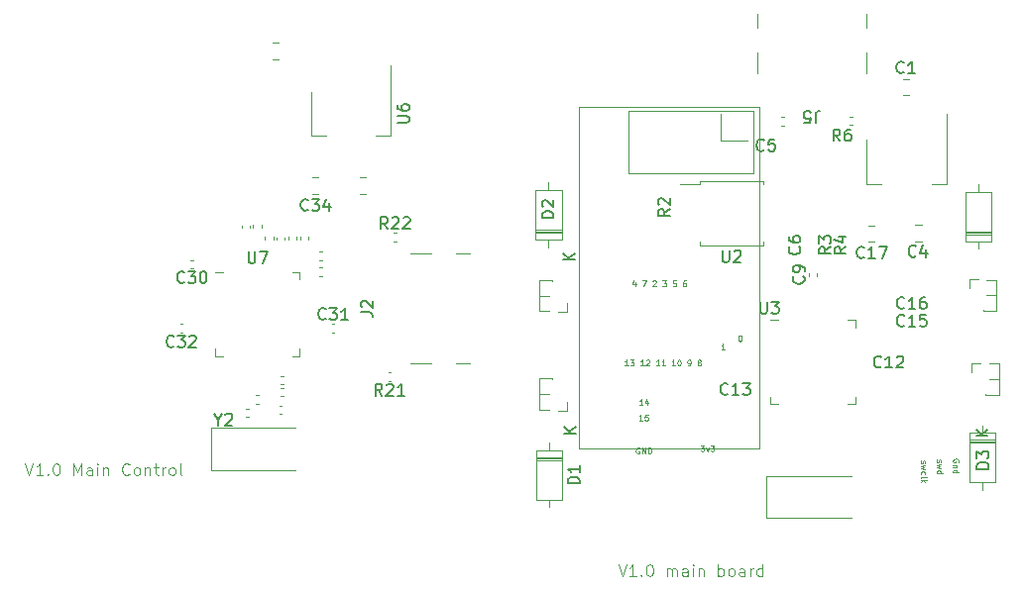
<source format=gbr>
G04 #@! TF.GenerationSoftware,KiCad,Pcbnew,7.0.5*
G04 #@! TF.CreationDate,2023-09-28T01:47:38+03:00*
G04 #@! TF.ProjectId,RP2040_minimal,52503230-3430-45f6-9d69-6e696d616c2e,REV1*
G04 #@! TF.SameCoordinates,Original*
G04 #@! TF.FileFunction,Legend,Top*
G04 #@! TF.FilePolarity,Positive*
%FSLAX46Y46*%
G04 Gerber Fmt 4.6, Leading zero omitted, Abs format (unit mm)*
G04 Created by KiCad (PCBNEW 7.0.5) date 2023-09-28 01:47:38*
%MOMM*%
%LPD*%
G01*
G04 APERTURE LIST*
%ADD10C,0.125000*%
%ADD11C,0.150000*%
%ADD12C,0.120000*%
G04 APERTURE END LIST*
D10*
X86903664Y-106532309D02*
X87213188Y-106532309D01*
X87213188Y-106532309D02*
X87046521Y-106722785D01*
X87046521Y-106722785D02*
X87117950Y-106722785D01*
X87117950Y-106722785D02*
X87165569Y-106746595D01*
X87165569Y-106746595D02*
X87189378Y-106770404D01*
X87189378Y-106770404D02*
X87213188Y-106818023D01*
X87213188Y-106818023D02*
X87213188Y-106937071D01*
X87213188Y-106937071D02*
X87189378Y-106984690D01*
X87189378Y-106984690D02*
X87165569Y-107008500D01*
X87165569Y-107008500D02*
X87117950Y-107032309D01*
X87117950Y-107032309D02*
X86975093Y-107032309D01*
X86975093Y-107032309D02*
X86927474Y-107008500D01*
X86927474Y-107008500D02*
X86903664Y-106984690D01*
X87379854Y-106698976D02*
X87498902Y-107032309D01*
X87498902Y-107032309D02*
X87617949Y-106698976D01*
X87760806Y-106532309D02*
X88070330Y-106532309D01*
X88070330Y-106532309D02*
X87903663Y-106722785D01*
X87903663Y-106722785D02*
X87975092Y-106722785D01*
X87975092Y-106722785D02*
X88022711Y-106746595D01*
X88022711Y-106746595D02*
X88046520Y-106770404D01*
X88046520Y-106770404D02*
X88070330Y-106818023D01*
X88070330Y-106818023D02*
X88070330Y-106937071D01*
X88070330Y-106937071D02*
X88046520Y-106984690D01*
X88046520Y-106984690D02*
X88022711Y-107008500D01*
X88022711Y-107008500D02*
X87975092Y-107032309D01*
X87975092Y-107032309D02*
X87832235Y-107032309D01*
X87832235Y-107032309D02*
X87784616Y-107008500D01*
X87784616Y-107008500D02*
X87760806Y-106984690D01*
X29214032Y-108077677D02*
X29547365Y-109077677D01*
X29547365Y-109077677D02*
X29880698Y-108077677D01*
X30737841Y-109077677D02*
X30166413Y-109077677D01*
X30452127Y-109077677D02*
X30452127Y-108077677D01*
X30452127Y-108077677D02*
X30356889Y-108220534D01*
X30356889Y-108220534D02*
X30261651Y-108315772D01*
X30261651Y-108315772D02*
X30166413Y-108363391D01*
X31166413Y-108982438D02*
X31214032Y-109030058D01*
X31214032Y-109030058D02*
X31166413Y-109077677D01*
X31166413Y-109077677D02*
X31118794Y-109030058D01*
X31118794Y-109030058D02*
X31166413Y-108982438D01*
X31166413Y-108982438D02*
X31166413Y-109077677D01*
X31833079Y-108077677D02*
X31928317Y-108077677D01*
X31928317Y-108077677D02*
X32023555Y-108125296D01*
X32023555Y-108125296D02*
X32071174Y-108172915D01*
X32071174Y-108172915D02*
X32118793Y-108268153D01*
X32118793Y-108268153D02*
X32166412Y-108458629D01*
X32166412Y-108458629D02*
X32166412Y-108696724D01*
X32166412Y-108696724D02*
X32118793Y-108887200D01*
X32118793Y-108887200D02*
X32071174Y-108982438D01*
X32071174Y-108982438D02*
X32023555Y-109030058D01*
X32023555Y-109030058D02*
X31928317Y-109077677D01*
X31928317Y-109077677D02*
X31833079Y-109077677D01*
X31833079Y-109077677D02*
X31737841Y-109030058D01*
X31737841Y-109030058D02*
X31690222Y-108982438D01*
X31690222Y-108982438D02*
X31642603Y-108887200D01*
X31642603Y-108887200D02*
X31594984Y-108696724D01*
X31594984Y-108696724D02*
X31594984Y-108458629D01*
X31594984Y-108458629D02*
X31642603Y-108268153D01*
X31642603Y-108268153D02*
X31690222Y-108172915D01*
X31690222Y-108172915D02*
X31737841Y-108125296D01*
X31737841Y-108125296D02*
X31833079Y-108077677D01*
X33356889Y-109077677D02*
X33356889Y-108077677D01*
X33356889Y-108077677D02*
X33690222Y-108791962D01*
X33690222Y-108791962D02*
X34023555Y-108077677D01*
X34023555Y-108077677D02*
X34023555Y-109077677D01*
X34928317Y-109077677D02*
X34928317Y-108553867D01*
X34928317Y-108553867D02*
X34880698Y-108458629D01*
X34880698Y-108458629D02*
X34785460Y-108411010D01*
X34785460Y-108411010D02*
X34594984Y-108411010D01*
X34594984Y-108411010D02*
X34499746Y-108458629D01*
X34928317Y-109030058D02*
X34833079Y-109077677D01*
X34833079Y-109077677D02*
X34594984Y-109077677D01*
X34594984Y-109077677D02*
X34499746Y-109030058D01*
X34499746Y-109030058D02*
X34452127Y-108934819D01*
X34452127Y-108934819D02*
X34452127Y-108839581D01*
X34452127Y-108839581D02*
X34499746Y-108744343D01*
X34499746Y-108744343D02*
X34594984Y-108696724D01*
X34594984Y-108696724D02*
X34833079Y-108696724D01*
X34833079Y-108696724D02*
X34928317Y-108649105D01*
X35404508Y-109077677D02*
X35404508Y-108411010D01*
X35404508Y-108077677D02*
X35356889Y-108125296D01*
X35356889Y-108125296D02*
X35404508Y-108172915D01*
X35404508Y-108172915D02*
X35452127Y-108125296D01*
X35452127Y-108125296D02*
X35404508Y-108077677D01*
X35404508Y-108077677D02*
X35404508Y-108172915D01*
X35880698Y-108411010D02*
X35880698Y-109077677D01*
X35880698Y-108506248D02*
X35928317Y-108458629D01*
X35928317Y-108458629D02*
X36023555Y-108411010D01*
X36023555Y-108411010D02*
X36166412Y-108411010D01*
X36166412Y-108411010D02*
X36261650Y-108458629D01*
X36261650Y-108458629D02*
X36309269Y-108553867D01*
X36309269Y-108553867D02*
X36309269Y-109077677D01*
X38118793Y-108982438D02*
X38071174Y-109030058D01*
X38071174Y-109030058D02*
X37928317Y-109077677D01*
X37928317Y-109077677D02*
X37833079Y-109077677D01*
X37833079Y-109077677D02*
X37690222Y-109030058D01*
X37690222Y-109030058D02*
X37594984Y-108934819D01*
X37594984Y-108934819D02*
X37547365Y-108839581D01*
X37547365Y-108839581D02*
X37499746Y-108649105D01*
X37499746Y-108649105D02*
X37499746Y-108506248D01*
X37499746Y-108506248D02*
X37547365Y-108315772D01*
X37547365Y-108315772D02*
X37594984Y-108220534D01*
X37594984Y-108220534D02*
X37690222Y-108125296D01*
X37690222Y-108125296D02*
X37833079Y-108077677D01*
X37833079Y-108077677D02*
X37928317Y-108077677D01*
X37928317Y-108077677D02*
X38071174Y-108125296D01*
X38071174Y-108125296D02*
X38118793Y-108172915D01*
X38690222Y-109077677D02*
X38594984Y-109030058D01*
X38594984Y-109030058D02*
X38547365Y-108982438D01*
X38547365Y-108982438D02*
X38499746Y-108887200D01*
X38499746Y-108887200D02*
X38499746Y-108601486D01*
X38499746Y-108601486D02*
X38547365Y-108506248D01*
X38547365Y-108506248D02*
X38594984Y-108458629D01*
X38594984Y-108458629D02*
X38690222Y-108411010D01*
X38690222Y-108411010D02*
X38833079Y-108411010D01*
X38833079Y-108411010D02*
X38928317Y-108458629D01*
X38928317Y-108458629D02*
X38975936Y-108506248D01*
X38975936Y-108506248D02*
X39023555Y-108601486D01*
X39023555Y-108601486D02*
X39023555Y-108887200D01*
X39023555Y-108887200D02*
X38975936Y-108982438D01*
X38975936Y-108982438D02*
X38928317Y-109030058D01*
X38928317Y-109030058D02*
X38833079Y-109077677D01*
X38833079Y-109077677D02*
X38690222Y-109077677D01*
X39452127Y-108411010D02*
X39452127Y-109077677D01*
X39452127Y-108506248D02*
X39499746Y-108458629D01*
X39499746Y-108458629D02*
X39594984Y-108411010D01*
X39594984Y-108411010D02*
X39737841Y-108411010D01*
X39737841Y-108411010D02*
X39833079Y-108458629D01*
X39833079Y-108458629D02*
X39880698Y-108553867D01*
X39880698Y-108553867D02*
X39880698Y-109077677D01*
X40214032Y-108411010D02*
X40594984Y-108411010D01*
X40356889Y-108077677D02*
X40356889Y-108934819D01*
X40356889Y-108934819D02*
X40404508Y-109030058D01*
X40404508Y-109030058D02*
X40499746Y-109077677D01*
X40499746Y-109077677D02*
X40594984Y-109077677D01*
X40928318Y-109077677D02*
X40928318Y-108411010D01*
X40928318Y-108601486D02*
X40975937Y-108506248D01*
X40975937Y-108506248D02*
X41023556Y-108458629D01*
X41023556Y-108458629D02*
X41118794Y-108411010D01*
X41118794Y-108411010D02*
X41214032Y-108411010D01*
X41690223Y-109077677D02*
X41594985Y-109030058D01*
X41594985Y-109030058D02*
X41547366Y-108982438D01*
X41547366Y-108982438D02*
X41499747Y-108887200D01*
X41499747Y-108887200D02*
X41499747Y-108601486D01*
X41499747Y-108601486D02*
X41547366Y-108506248D01*
X41547366Y-108506248D02*
X41594985Y-108458629D01*
X41594985Y-108458629D02*
X41690223Y-108411010D01*
X41690223Y-108411010D02*
X41833080Y-108411010D01*
X41833080Y-108411010D02*
X41928318Y-108458629D01*
X41928318Y-108458629D02*
X41975937Y-108506248D01*
X41975937Y-108506248D02*
X42023556Y-108601486D01*
X42023556Y-108601486D02*
X42023556Y-108887200D01*
X42023556Y-108887200D02*
X41975937Y-108982438D01*
X41975937Y-108982438D02*
X41928318Y-109030058D01*
X41928318Y-109030058D02*
X41833080Y-109077677D01*
X41833080Y-109077677D02*
X41690223Y-109077677D01*
X42594985Y-109077677D02*
X42499747Y-109030058D01*
X42499747Y-109030058D02*
X42452128Y-108934819D01*
X42452128Y-108934819D02*
X42452128Y-108077677D01*
X79882474Y-116726399D02*
X80215807Y-117726399D01*
X80215807Y-117726399D02*
X80549140Y-116726399D01*
X81406283Y-117726399D02*
X80834855Y-117726399D01*
X81120569Y-117726399D02*
X81120569Y-116726399D01*
X81120569Y-116726399D02*
X81025331Y-116869256D01*
X81025331Y-116869256D02*
X80930093Y-116964494D01*
X80930093Y-116964494D02*
X80834855Y-117012113D01*
X81834855Y-117631160D02*
X81882474Y-117678780D01*
X81882474Y-117678780D02*
X81834855Y-117726399D01*
X81834855Y-117726399D02*
X81787236Y-117678780D01*
X81787236Y-117678780D02*
X81834855Y-117631160D01*
X81834855Y-117631160D02*
X81834855Y-117726399D01*
X82501521Y-116726399D02*
X82596759Y-116726399D01*
X82596759Y-116726399D02*
X82691997Y-116774018D01*
X82691997Y-116774018D02*
X82739616Y-116821637D01*
X82739616Y-116821637D02*
X82787235Y-116916875D01*
X82787235Y-116916875D02*
X82834854Y-117107351D01*
X82834854Y-117107351D02*
X82834854Y-117345446D01*
X82834854Y-117345446D02*
X82787235Y-117535922D01*
X82787235Y-117535922D02*
X82739616Y-117631160D01*
X82739616Y-117631160D02*
X82691997Y-117678780D01*
X82691997Y-117678780D02*
X82596759Y-117726399D01*
X82596759Y-117726399D02*
X82501521Y-117726399D01*
X82501521Y-117726399D02*
X82406283Y-117678780D01*
X82406283Y-117678780D02*
X82358664Y-117631160D01*
X82358664Y-117631160D02*
X82311045Y-117535922D01*
X82311045Y-117535922D02*
X82263426Y-117345446D01*
X82263426Y-117345446D02*
X82263426Y-117107351D01*
X82263426Y-117107351D02*
X82311045Y-116916875D01*
X82311045Y-116916875D02*
X82358664Y-116821637D01*
X82358664Y-116821637D02*
X82406283Y-116774018D01*
X82406283Y-116774018D02*
X82501521Y-116726399D01*
X84025331Y-117726399D02*
X84025331Y-117059732D01*
X84025331Y-117154970D02*
X84072950Y-117107351D01*
X84072950Y-117107351D02*
X84168188Y-117059732D01*
X84168188Y-117059732D02*
X84311045Y-117059732D01*
X84311045Y-117059732D02*
X84406283Y-117107351D01*
X84406283Y-117107351D02*
X84453902Y-117202589D01*
X84453902Y-117202589D02*
X84453902Y-117726399D01*
X84453902Y-117202589D02*
X84501521Y-117107351D01*
X84501521Y-117107351D02*
X84596759Y-117059732D01*
X84596759Y-117059732D02*
X84739616Y-117059732D01*
X84739616Y-117059732D02*
X84834855Y-117107351D01*
X84834855Y-117107351D02*
X84882474Y-117202589D01*
X84882474Y-117202589D02*
X84882474Y-117726399D01*
X85787235Y-117726399D02*
X85787235Y-117202589D01*
X85787235Y-117202589D02*
X85739616Y-117107351D01*
X85739616Y-117107351D02*
X85644378Y-117059732D01*
X85644378Y-117059732D02*
X85453902Y-117059732D01*
X85453902Y-117059732D02*
X85358664Y-117107351D01*
X85787235Y-117678780D02*
X85691997Y-117726399D01*
X85691997Y-117726399D02*
X85453902Y-117726399D01*
X85453902Y-117726399D02*
X85358664Y-117678780D01*
X85358664Y-117678780D02*
X85311045Y-117583541D01*
X85311045Y-117583541D02*
X85311045Y-117488303D01*
X85311045Y-117488303D02*
X85358664Y-117393065D01*
X85358664Y-117393065D02*
X85453902Y-117345446D01*
X85453902Y-117345446D02*
X85691997Y-117345446D01*
X85691997Y-117345446D02*
X85787235Y-117297827D01*
X86263426Y-117726399D02*
X86263426Y-117059732D01*
X86263426Y-116726399D02*
X86215807Y-116774018D01*
X86215807Y-116774018D02*
X86263426Y-116821637D01*
X86263426Y-116821637D02*
X86311045Y-116774018D01*
X86311045Y-116774018D02*
X86263426Y-116726399D01*
X86263426Y-116726399D02*
X86263426Y-116821637D01*
X86739616Y-117059732D02*
X86739616Y-117726399D01*
X86739616Y-117154970D02*
X86787235Y-117107351D01*
X86787235Y-117107351D02*
X86882473Y-117059732D01*
X86882473Y-117059732D02*
X87025330Y-117059732D01*
X87025330Y-117059732D02*
X87120568Y-117107351D01*
X87120568Y-117107351D02*
X87168187Y-117202589D01*
X87168187Y-117202589D02*
X87168187Y-117726399D01*
X88406283Y-117726399D02*
X88406283Y-116726399D01*
X88406283Y-117107351D02*
X88501521Y-117059732D01*
X88501521Y-117059732D02*
X88691997Y-117059732D01*
X88691997Y-117059732D02*
X88787235Y-117107351D01*
X88787235Y-117107351D02*
X88834854Y-117154970D01*
X88834854Y-117154970D02*
X88882473Y-117250208D01*
X88882473Y-117250208D02*
X88882473Y-117535922D01*
X88882473Y-117535922D02*
X88834854Y-117631160D01*
X88834854Y-117631160D02*
X88787235Y-117678780D01*
X88787235Y-117678780D02*
X88691997Y-117726399D01*
X88691997Y-117726399D02*
X88501521Y-117726399D01*
X88501521Y-117726399D02*
X88406283Y-117678780D01*
X89453902Y-117726399D02*
X89358664Y-117678780D01*
X89358664Y-117678780D02*
X89311045Y-117631160D01*
X89311045Y-117631160D02*
X89263426Y-117535922D01*
X89263426Y-117535922D02*
X89263426Y-117250208D01*
X89263426Y-117250208D02*
X89311045Y-117154970D01*
X89311045Y-117154970D02*
X89358664Y-117107351D01*
X89358664Y-117107351D02*
X89453902Y-117059732D01*
X89453902Y-117059732D02*
X89596759Y-117059732D01*
X89596759Y-117059732D02*
X89691997Y-117107351D01*
X89691997Y-117107351D02*
X89739616Y-117154970D01*
X89739616Y-117154970D02*
X89787235Y-117250208D01*
X89787235Y-117250208D02*
X89787235Y-117535922D01*
X89787235Y-117535922D02*
X89739616Y-117631160D01*
X89739616Y-117631160D02*
X89691997Y-117678780D01*
X89691997Y-117678780D02*
X89596759Y-117726399D01*
X89596759Y-117726399D02*
X89453902Y-117726399D01*
X90644378Y-117726399D02*
X90644378Y-117202589D01*
X90644378Y-117202589D02*
X90596759Y-117107351D01*
X90596759Y-117107351D02*
X90501521Y-117059732D01*
X90501521Y-117059732D02*
X90311045Y-117059732D01*
X90311045Y-117059732D02*
X90215807Y-117107351D01*
X90644378Y-117678780D02*
X90549140Y-117726399D01*
X90549140Y-117726399D02*
X90311045Y-117726399D01*
X90311045Y-117726399D02*
X90215807Y-117678780D01*
X90215807Y-117678780D02*
X90168188Y-117583541D01*
X90168188Y-117583541D02*
X90168188Y-117488303D01*
X90168188Y-117488303D02*
X90215807Y-117393065D01*
X90215807Y-117393065D02*
X90311045Y-117345446D01*
X90311045Y-117345446D02*
X90549140Y-117345446D01*
X90549140Y-117345446D02*
X90644378Y-117297827D01*
X91120569Y-117726399D02*
X91120569Y-117059732D01*
X91120569Y-117250208D02*
X91168188Y-117154970D01*
X91168188Y-117154970D02*
X91215807Y-117107351D01*
X91215807Y-117107351D02*
X91311045Y-117059732D01*
X91311045Y-117059732D02*
X91406283Y-117059732D01*
X92168188Y-117726399D02*
X92168188Y-116726399D01*
X92168188Y-117678780D02*
X92072950Y-117726399D01*
X92072950Y-117726399D02*
X91882474Y-117726399D01*
X91882474Y-117726399D02*
X91787236Y-117678780D01*
X91787236Y-117678780D02*
X91739617Y-117631160D01*
X91739617Y-117631160D02*
X91691998Y-117535922D01*
X91691998Y-117535922D02*
X91691998Y-117250208D01*
X91691998Y-117250208D02*
X91739617Y-117154970D01*
X91739617Y-117154970D02*
X91787236Y-117107351D01*
X91787236Y-117107351D02*
X91882474Y-117059732D01*
X91882474Y-117059732D02*
X92072950Y-117059732D01*
X92072950Y-117059732D02*
X92168188Y-117107351D01*
X105746500Y-107852754D02*
X105722690Y-107900373D01*
X105722690Y-107900373D02*
X105722690Y-107995611D01*
X105722690Y-107995611D02*
X105746500Y-108043230D01*
X105746500Y-108043230D02*
X105794119Y-108067039D01*
X105794119Y-108067039D02*
X105817928Y-108067039D01*
X105817928Y-108067039D02*
X105865547Y-108043230D01*
X105865547Y-108043230D02*
X105889357Y-107995611D01*
X105889357Y-107995611D02*
X105889357Y-107924182D01*
X105889357Y-107924182D02*
X105913166Y-107876563D01*
X105913166Y-107876563D02*
X105960785Y-107852754D01*
X105960785Y-107852754D02*
X105984595Y-107852754D01*
X105984595Y-107852754D02*
X106032214Y-107876563D01*
X106032214Y-107876563D02*
X106056023Y-107924182D01*
X106056023Y-107924182D02*
X106056023Y-107995611D01*
X106056023Y-107995611D02*
X106032214Y-108043230D01*
X106056023Y-108233706D02*
X105722690Y-108328944D01*
X105722690Y-108328944D02*
X105960785Y-108424182D01*
X105960785Y-108424182D02*
X105722690Y-108519420D01*
X105722690Y-108519420D02*
X106056023Y-108614658D01*
X105746500Y-109019421D02*
X105722690Y-108971802D01*
X105722690Y-108971802D02*
X105722690Y-108876564D01*
X105722690Y-108876564D02*
X105746500Y-108828945D01*
X105746500Y-108828945D02*
X105770309Y-108805135D01*
X105770309Y-108805135D02*
X105817928Y-108781326D01*
X105817928Y-108781326D02*
X105960785Y-108781326D01*
X105960785Y-108781326D02*
X106008404Y-108805135D01*
X106008404Y-108805135D02*
X106032214Y-108828945D01*
X106032214Y-108828945D02*
X106056023Y-108876564D01*
X106056023Y-108876564D02*
X106056023Y-108971802D01*
X106056023Y-108971802D02*
X106032214Y-109019421D01*
X105722690Y-109305135D02*
X105746500Y-109257516D01*
X105746500Y-109257516D02*
X105794119Y-109233706D01*
X105794119Y-109233706D02*
X106222690Y-109233706D01*
X105722690Y-109495611D02*
X106222690Y-109495611D01*
X105913166Y-109543230D02*
X105722690Y-109686087D01*
X106056023Y-109686087D02*
X105865547Y-109495611D01*
X88958188Y-98337589D02*
X88672474Y-98337589D01*
X88815331Y-98337589D02*
X88815331Y-97837589D01*
X88815331Y-97837589D02*
X88767712Y-97909018D01*
X88767712Y-97909018D02*
X88720093Y-97956637D01*
X88720093Y-97956637D02*
X88672474Y-97980446D01*
X108938880Y-107968468D02*
X108962690Y-107920849D01*
X108962690Y-107920849D02*
X108962690Y-107849420D01*
X108962690Y-107849420D02*
X108938880Y-107777992D01*
X108938880Y-107777992D02*
X108891261Y-107730373D01*
X108891261Y-107730373D02*
X108843642Y-107706563D01*
X108843642Y-107706563D02*
X108748404Y-107682754D01*
X108748404Y-107682754D02*
X108676976Y-107682754D01*
X108676976Y-107682754D02*
X108581738Y-107706563D01*
X108581738Y-107706563D02*
X108534119Y-107730373D01*
X108534119Y-107730373D02*
X108486500Y-107777992D01*
X108486500Y-107777992D02*
X108462690Y-107849420D01*
X108462690Y-107849420D02*
X108462690Y-107897039D01*
X108462690Y-107897039D02*
X108486500Y-107968468D01*
X108486500Y-107968468D02*
X108510309Y-107992277D01*
X108510309Y-107992277D02*
X108676976Y-107992277D01*
X108676976Y-107992277D02*
X108676976Y-107897039D01*
X108796023Y-108206563D02*
X108462690Y-108206563D01*
X108748404Y-108206563D02*
X108772214Y-108230373D01*
X108772214Y-108230373D02*
X108796023Y-108277992D01*
X108796023Y-108277992D02*
X108796023Y-108349420D01*
X108796023Y-108349420D02*
X108772214Y-108397039D01*
X108772214Y-108397039D02*
X108724595Y-108420849D01*
X108724595Y-108420849D02*
X108462690Y-108420849D01*
X108462690Y-108873230D02*
X108962690Y-108873230D01*
X108486500Y-108873230D02*
X108462690Y-108825611D01*
X108462690Y-108825611D02*
X108462690Y-108730373D01*
X108462690Y-108730373D02*
X108486500Y-108682754D01*
X108486500Y-108682754D02*
X108510309Y-108658944D01*
X108510309Y-108658944D02*
X108557928Y-108635135D01*
X108557928Y-108635135D02*
X108700785Y-108635135D01*
X108700785Y-108635135D02*
X108748404Y-108658944D01*
X108748404Y-108658944D02*
X108772214Y-108682754D01*
X108772214Y-108682754D02*
X108796023Y-108730373D01*
X108796023Y-108730373D02*
X108796023Y-108825611D01*
X108796023Y-108825611D02*
X108772214Y-108873230D01*
X81330569Y-92604256D02*
X81330569Y-92937589D01*
X81211521Y-92413780D02*
X81092474Y-92770922D01*
X81092474Y-92770922D02*
X81401997Y-92770922D01*
X81925806Y-92437589D02*
X82259139Y-92437589D01*
X82259139Y-92437589D02*
X82044854Y-92937589D01*
X82806758Y-92485208D02*
X82830567Y-92461399D01*
X82830567Y-92461399D02*
X82878186Y-92437589D01*
X82878186Y-92437589D02*
X82997234Y-92437589D01*
X82997234Y-92437589D02*
X83044853Y-92461399D01*
X83044853Y-92461399D02*
X83068662Y-92485208D01*
X83068662Y-92485208D02*
X83092472Y-92532827D01*
X83092472Y-92532827D02*
X83092472Y-92580446D01*
X83092472Y-92580446D02*
X83068662Y-92651875D01*
X83068662Y-92651875D02*
X82782948Y-92937589D01*
X82782948Y-92937589D02*
X83092472Y-92937589D01*
X83640090Y-92437589D02*
X83949614Y-92437589D01*
X83949614Y-92437589D02*
X83782947Y-92628065D01*
X83782947Y-92628065D02*
X83854376Y-92628065D01*
X83854376Y-92628065D02*
X83901995Y-92651875D01*
X83901995Y-92651875D02*
X83925804Y-92675684D01*
X83925804Y-92675684D02*
X83949614Y-92723303D01*
X83949614Y-92723303D02*
X83949614Y-92842351D01*
X83949614Y-92842351D02*
X83925804Y-92889970D01*
X83925804Y-92889970D02*
X83901995Y-92913780D01*
X83901995Y-92913780D02*
X83854376Y-92937589D01*
X83854376Y-92937589D02*
X83711519Y-92937589D01*
X83711519Y-92937589D02*
X83663900Y-92913780D01*
X83663900Y-92913780D02*
X83640090Y-92889970D01*
X84782946Y-92437589D02*
X84544851Y-92437589D01*
X84544851Y-92437589D02*
X84521042Y-92675684D01*
X84521042Y-92675684D02*
X84544851Y-92651875D01*
X84544851Y-92651875D02*
X84592470Y-92628065D01*
X84592470Y-92628065D02*
X84711518Y-92628065D01*
X84711518Y-92628065D02*
X84759137Y-92651875D01*
X84759137Y-92651875D02*
X84782946Y-92675684D01*
X84782946Y-92675684D02*
X84806756Y-92723303D01*
X84806756Y-92723303D02*
X84806756Y-92842351D01*
X84806756Y-92842351D02*
X84782946Y-92889970D01*
X84782946Y-92889970D02*
X84759137Y-92913780D01*
X84759137Y-92913780D02*
X84711518Y-92937589D01*
X84711518Y-92937589D02*
X84592470Y-92937589D01*
X84592470Y-92937589D02*
X84544851Y-92913780D01*
X84544851Y-92913780D02*
X84521042Y-92889970D01*
X85616279Y-92437589D02*
X85521041Y-92437589D01*
X85521041Y-92437589D02*
X85473422Y-92461399D01*
X85473422Y-92461399D02*
X85449612Y-92485208D01*
X85449612Y-92485208D02*
X85401993Y-92556637D01*
X85401993Y-92556637D02*
X85378184Y-92651875D01*
X85378184Y-92651875D02*
X85378184Y-92842351D01*
X85378184Y-92842351D02*
X85401993Y-92889970D01*
X85401993Y-92889970D02*
X85425803Y-92913780D01*
X85425803Y-92913780D02*
X85473422Y-92937589D01*
X85473422Y-92937589D02*
X85568660Y-92937589D01*
X85568660Y-92937589D02*
X85616279Y-92913780D01*
X85616279Y-92913780D02*
X85640088Y-92889970D01*
X85640088Y-92889970D02*
X85663898Y-92842351D01*
X85663898Y-92842351D02*
X85663898Y-92723303D01*
X85663898Y-92723303D02*
X85640088Y-92675684D01*
X85640088Y-92675684D02*
X85616279Y-92651875D01*
X85616279Y-92651875D02*
X85568660Y-92628065D01*
X85568660Y-92628065D02*
X85473422Y-92628065D01*
X85473422Y-92628065D02*
X85425803Y-92651875D01*
X85425803Y-92651875D02*
X85401993Y-92675684D01*
X85401993Y-92675684D02*
X85378184Y-92723303D01*
X81968188Y-103107589D02*
X81682474Y-103107589D01*
X81825331Y-103107589D02*
X81825331Y-102607589D01*
X81825331Y-102607589D02*
X81777712Y-102679018D01*
X81777712Y-102679018D02*
X81730093Y-102726637D01*
X81730093Y-102726637D02*
X81682474Y-102750446D01*
X82396759Y-102774256D02*
X82396759Y-103107589D01*
X82277711Y-102583780D02*
X82158664Y-102940922D01*
X82158664Y-102940922D02*
X82468187Y-102940922D01*
X90241521Y-97117589D02*
X90289140Y-97117589D01*
X90289140Y-97117589D02*
X90336759Y-97141399D01*
X90336759Y-97141399D02*
X90360569Y-97165208D01*
X90360569Y-97165208D02*
X90384378Y-97212827D01*
X90384378Y-97212827D02*
X90408188Y-97308065D01*
X90408188Y-97308065D02*
X90408188Y-97427113D01*
X90408188Y-97427113D02*
X90384378Y-97522351D01*
X90384378Y-97522351D02*
X90360569Y-97569970D01*
X90360569Y-97569970D02*
X90336759Y-97593780D01*
X90336759Y-97593780D02*
X90289140Y-97617589D01*
X90289140Y-97617589D02*
X90241521Y-97617589D01*
X90241521Y-97617589D02*
X90193902Y-97593780D01*
X90193902Y-97593780D02*
X90170093Y-97569970D01*
X90170093Y-97569970D02*
X90146283Y-97522351D01*
X90146283Y-97522351D02*
X90122474Y-97427113D01*
X90122474Y-97427113D02*
X90122474Y-97308065D01*
X90122474Y-97308065D02*
X90146283Y-97212827D01*
X90146283Y-97212827D02*
X90170093Y-97165208D01*
X90170093Y-97165208D02*
X90193902Y-97141399D01*
X90193902Y-97141399D02*
X90241521Y-97117589D01*
X81948188Y-104397589D02*
X81662474Y-104397589D01*
X81805331Y-104397589D02*
X81805331Y-103897589D01*
X81805331Y-103897589D02*
X81757712Y-103969018D01*
X81757712Y-103969018D02*
X81710093Y-104016637D01*
X81710093Y-104016637D02*
X81662474Y-104040446D01*
X82400568Y-103897589D02*
X82162473Y-103897589D01*
X82162473Y-103897589D02*
X82138664Y-104135684D01*
X82138664Y-104135684D02*
X82162473Y-104111875D01*
X82162473Y-104111875D02*
X82210092Y-104088065D01*
X82210092Y-104088065D02*
X82329140Y-104088065D01*
X82329140Y-104088065D02*
X82376759Y-104111875D01*
X82376759Y-104111875D02*
X82400568Y-104135684D01*
X82400568Y-104135684D02*
X82424378Y-104183303D01*
X82424378Y-104183303D02*
X82424378Y-104302351D01*
X82424378Y-104302351D02*
X82400568Y-104349970D01*
X82400568Y-104349970D02*
X82376759Y-104373780D01*
X82376759Y-104373780D02*
X82329140Y-104397589D01*
X82329140Y-104397589D02*
X82210092Y-104397589D01*
X82210092Y-104397589D02*
X82162473Y-104373780D01*
X82162473Y-104373780D02*
X82138664Y-104349970D01*
X107106500Y-107772754D02*
X107082690Y-107820373D01*
X107082690Y-107820373D02*
X107082690Y-107915611D01*
X107082690Y-107915611D02*
X107106500Y-107963230D01*
X107106500Y-107963230D02*
X107154119Y-107987039D01*
X107154119Y-107987039D02*
X107177928Y-107987039D01*
X107177928Y-107987039D02*
X107225547Y-107963230D01*
X107225547Y-107963230D02*
X107249357Y-107915611D01*
X107249357Y-107915611D02*
X107249357Y-107844182D01*
X107249357Y-107844182D02*
X107273166Y-107796563D01*
X107273166Y-107796563D02*
X107320785Y-107772754D01*
X107320785Y-107772754D02*
X107344595Y-107772754D01*
X107344595Y-107772754D02*
X107392214Y-107796563D01*
X107392214Y-107796563D02*
X107416023Y-107844182D01*
X107416023Y-107844182D02*
X107416023Y-107915611D01*
X107416023Y-107915611D02*
X107392214Y-107963230D01*
X107416023Y-108153706D02*
X107082690Y-108248944D01*
X107082690Y-108248944D02*
X107320785Y-108344182D01*
X107320785Y-108344182D02*
X107082690Y-108439420D01*
X107082690Y-108439420D02*
X107416023Y-108534658D01*
X107082690Y-108939421D02*
X107582690Y-108939421D01*
X107106500Y-108939421D02*
X107082690Y-108891802D01*
X107082690Y-108891802D02*
X107082690Y-108796564D01*
X107082690Y-108796564D02*
X107106500Y-108748945D01*
X107106500Y-108748945D02*
X107130309Y-108725135D01*
X107130309Y-108725135D02*
X107177928Y-108701326D01*
X107177928Y-108701326D02*
X107320785Y-108701326D01*
X107320785Y-108701326D02*
X107368404Y-108725135D01*
X107368404Y-108725135D02*
X107392214Y-108748945D01*
X107392214Y-108748945D02*
X107416023Y-108796564D01*
X107416023Y-108796564D02*
X107416023Y-108891802D01*
X107416023Y-108891802D02*
X107392214Y-108939421D01*
X80728188Y-99717589D02*
X80442474Y-99717589D01*
X80585331Y-99717589D02*
X80585331Y-99217589D01*
X80585331Y-99217589D02*
X80537712Y-99289018D01*
X80537712Y-99289018D02*
X80490093Y-99336637D01*
X80490093Y-99336637D02*
X80442474Y-99360446D01*
X80894854Y-99217589D02*
X81204378Y-99217589D01*
X81204378Y-99217589D02*
X81037711Y-99408065D01*
X81037711Y-99408065D02*
X81109140Y-99408065D01*
X81109140Y-99408065D02*
X81156759Y-99431875D01*
X81156759Y-99431875D02*
X81180568Y-99455684D01*
X81180568Y-99455684D02*
X81204378Y-99503303D01*
X81204378Y-99503303D02*
X81204378Y-99622351D01*
X81204378Y-99622351D02*
X81180568Y-99669970D01*
X81180568Y-99669970D02*
X81156759Y-99693780D01*
X81156759Y-99693780D02*
X81109140Y-99717589D01*
X81109140Y-99717589D02*
X80966283Y-99717589D01*
X80966283Y-99717589D02*
X80918664Y-99693780D01*
X80918664Y-99693780D02*
X80894854Y-99669970D01*
X82061520Y-99717589D02*
X81775806Y-99717589D01*
X81918663Y-99717589D02*
X81918663Y-99217589D01*
X81918663Y-99217589D02*
X81871044Y-99289018D01*
X81871044Y-99289018D02*
X81823425Y-99336637D01*
X81823425Y-99336637D02*
X81775806Y-99360446D01*
X82251996Y-99265208D02*
X82275805Y-99241399D01*
X82275805Y-99241399D02*
X82323424Y-99217589D01*
X82323424Y-99217589D02*
X82442472Y-99217589D01*
X82442472Y-99217589D02*
X82490091Y-99241399D01*
X82490091Y-99241399D02*
X82513900Y-99265208D01*
X82513900Y-99265208D02*
X82537710Y-99312827D01*
X82537710Y-99312827D02*
X82537710Y-99360446D01*
X82537710Y-99360446D02*
X82513900Y-99431875D01*
X82513900Y-99431875D02*
X82228186Y-99717589D01*
X82228186Y-99717589D02*
X82537710Y-99717589D01*
X83394852Y-99717589D02*
X83109138Y-99717589D01*
X83251995Y-99717589D02*
X83251995Y-99217589D01*
X83251995Y-99217589D02*
X83204376Y-99289018D01*
X83204376Y-99289018D02*
X83156757Y-99336637D01*
X83156757Y-99336637D02*
X83109138Y-99360446D01*
X83871042Y-99717589D02*
X83585328Y-99717589D01*
X83728185Y-99717589D02*
X83728185Y-99217589D01*
X83728185Y-99217589D02*
X83680566Y-99289018D01*
X83680566Y-99289018D02*
X83632947Y-99336637D01*
X83632947Y-99336637D02*
X83585328Y-99360446D01*
X84728184Y-99717589D02*
X84442470Y-99717589D01*
X84585327Y-99717589D02*
X84585327Y-99217589D01*
X84585327Y-99217589D02*
X84537708Y-99289018D01*
X84537708Y-99289018D02*
X84490089Y-99336637D01*
X84490089Y-99336637D02*
X84442470Y-99360446D01*
X85037707Y-99217589D02*
X85085326Y-99217589D01*
X85085326Y-99217589D02*
X85132945Y-99241399D01*
X85132945Y-99241399D02*
X85156755Y-99265208D01*
X85156755Y-99265208D02*
X85180564Y-99312827D01*
X85180564Y-99312827D02*
X85204374Y-99408065D01*
X85204374Y-99408065D02*
X85204374Y-99527113D01*
X85204374Y-99527113D02*
X85180564Y-99622351D01*
X85180564Y-99622351D02*
X85156755Y-99669970D01*
X85156755Y-99669970D02*
X85132945Y-99693780D01*
X85132945Y-99693780D02*
X85085326Y-99717589D01*
X85085326Y-99717589D02*
X85037707Y-99717589D01*
X85037707Y-99717589D02*
X84990088Y-99693780D01*
X84990088Y-99693780D02*
X84966279Y-99669970D01*
X84966279Y-99669970D02*
X84942469Y-99622351D01*
X84942469Y-99622351D02*
X84918660Y-99527113D01*
X84918660Y-99527113D02*
X84918660Y-99408065D01*
X84918660Y-99408065D02*
X84942469Y-99312827D01*
X84942469Y-99312827D02*
X84966279Y-99265208D01*
X84966279Y-99265208D02*
X84990088Y-99241399D01*
X84990088Y-99241399D02*
X85037707Y-99217589D01*
X85823421Y-99717589D02*
X85918659Y-99717589D01*
X85918659Y-99717589D02*
X85966278Y-99693780D01*
X85966278Y-99693780D02*
X85990087Y-99669970D01*
X85990087Y-99669970D02*
X86037706Y-99598541D01*
X86037706Y-99598541D02*
X86061516Y-99503303D01*
X86061516Y-99503303D02*
X86061516Y-99312827D01*
X86061516Y-99312827D02*
X86037706Y-99265208D01*
X86037706Y-99265208D02*
X86013897Y-99241399D01*
X86013897Y-99241399D02*
X85966278Y-99217589D01*
X85966278Y-99217589D02*
X85871040Y-99217589D01*
X85871040Y-99217589D02*
X85823421Y-99241399D01*
X85823421Y-99241399D02*
X85799611Y-99265208D01*
X85799611Y-99265208D02*
X85775802Y-99312827D01*
X85775802Y-99312827D02*
X85775802Y-99431875D01*
X85775802Y-99431875D02*
X85799611Y-99479494D01*
X85799611Y-99479494D02*
X85823421Y-99503303D01*
X85823421Y-99503303D02*
X85871040Y-99527113D01*
X85871040Y-99527113D02*
X85966278Y-99527113D01*
X85966278Y-99527113D02*
X86013897Y-99503303D01*
X86013897Y-99503303D02*
X86037706Y-99479494D01*
X86037706Y-99479494D02*
X86061516Y-99431875D01*
X86728182Y-99431875D02*
X86680563Y-99408065D01*
X86680563Y-99408065D02*
X86656753Y-99384256D01*
X86656753Y-99384256D02*
X86632944Y-99336637D01*
X86632944Y-99336637D02*
X86632944Y-99312827D01*
X86632944Y-99312827D02*
X86656753Y-99265208D01*
X86656753Y-99265208D02*
X86680563Y-99241399D01*
X86680563Y-99241399D02*
X86728182Y-99217589D01*
X86728182Y-99217589D02*
X86823420Y-99217589D01*
X86823420Y-99217589D02*
X86871039Y-99241399D01*
X86871039Y-99241399D02*
X86894848Y-99265208D01*
X86894848Y-99265208D02*
X86918658Y-99312827D01*
X86918658Y-99312827D02*
X86918658Y-99336637D01*
X86918658Y-99336637D02*
X86894848Y-99384256D01*
X86894848Y-99384256D02*
X86871039Y-99408065D01*
X86871039Y-99408065D02*
X86823420Y-99431875D01*
X86823420Y-99431875D02*
X86728182Y-99431875D01*
X86728182Y-99431875D02*
X86680563Y-99455684D01*
X86680563Y-99455684D02*
X86656753Y-99479494D01*
X86656753Y-99479494D02*
X86632944Y-99527113D01*
X86632944Y-99527113D02*
X86632944Y-99622351D01*
X86632944Y-99622351D02*
X86656753Y-99669970D01*
X86656753Y-99669970D02*
X86680563Y-99693780D01*
X86680563Y-99693780D02*
X86728182Y-99717589D01*
X86728182Y-99717589D02*
X86823420Y-99717589D01*
X86823420Y-99717589D02*
X86871039Y-99693780D01*
X86871039Y-99693780D02*
X86894848Y-99669970D01*
X86894848Y-99669970D02*
X86918658Y-99622351D01*
X86918658Y-99622351D02*
X86918658Y-99527113D01*
X86918658Y-99527113D02*
X86894848Y-99479494D01*
X86894848Y-99479494D02*
X86871039Y-99455684D01*
X86871039Y-99455684D02*
X86823420Y-99431875D01*
X81663188Y-106756119D02*
X81615569Y-106732309D01*
X81615569Y-106732309D02*
X81544140Y-106732309D01*
X81544140Y-106732309D02*
X81472712Y-106756119D01*
X81472712Y-106756119D02*
X81425093Y-106803738D01*
X81425093Y-106803738D02*
X81401283Y-106851357D01*
X81401283Y-106851357D02*
X81377474Y-106946595D01*
X81377474Y-106946595D02*
X81377474Y-107018023D01*
X81377474Y-107018023D02*
X81401283Y-107113261D01*
X81401283Y-107113261D02*
X81425093Y-107160880D01*
X81425093Y-107160880D02*
X81472712Y-107208500D01*
X81472712Y-107208500D02*
X81544140Y-107232309D01*
X81544140Y-107232309D02*
X81591759Y-107232309D01*
X81591759Y-107232309D02*
X81663188Y-107208500D01*
X81663188Y-107208500D02*
X81686997Y-107184690D01*
X81686997Y-107184690D02*
X81686997Y-107018023D01*
X81686997Y-107018023D02*
X81591759Y-107018023D01*
X81901283Y-107232309D02*
X81901283Y-106732309D01*
X81901283Y-106732309D02*
X82186997Y-107232309D01*
X82186997Y-107232309D02*
X82186997Y-106732309D01*
X82425093Y-107232309D02*
X82425093Y-106732309D01*
X82425093Y-106732309D02*
X82544141Y-106732309D01*
X82544141Y-106732309D02*
X82615569Y-106756119D01*
X82615569Y-106756119D02*
X82663188Y-106803738D01*
X82663188Y-106803738D02*
X82686998Y-106851357D01*
X82686998Y-106851357D02*
X82710807Y-106946595D01*
X82710807Y-106946595D02*
X82710807Y-107018023D01*
X82710807Y-107018023D02*
X82686998Y-107113261D01*
X82686998Y-107113261D02*
X82663188Y-107160880D01*
X82663188Y-107160880D02*
X82615569Y-107208500D01*
X82615569Y-107208500D02*
X82544141Y-107232309D01*
X82544141Y-107232309D02*
X82425093Y-107232309D01*
D11*
X95683330Y-92086946D02*
X95730950Y-92134565D01*
X95730950Y-92134565D02*
X95778569Y-92277422D01*
X95778569Y-92277422D02*
X95778569Y-92372660D01*
X95778569Y-92372660D02*
X95730950Y-92515517D01*
X95730950Y-92515517D02*
X95635711Y-92610755D01*
X95635711Y-92610755D02*
X95540473Y-92658374D01*
X95540473Y-92658374D02*
X95349997Y-92705993D01*
X95349997Y-92705993D02*
X95207140Y-92705993D01*
X95207140Y-92705993D02*
X95016664Y-92658374D01*
X95016664Y-92658374D02*
X94921426Y-92610755D01*
X94921426Y-92610755D02*
X94826188Y-92515517D01*
X94826188Y-92515517D02*
X94778569Y-92372660D01*
X94778569Y-92372660D02*
X94778569Y-92277422D01*
X94778569Y-92277422D02*
X94826188Y-92134565D01*
X94826188Y-92134565D02*
X94873807Y-92086946D01*
X95778569Y-91610755D02*
X95778569Y-91420279D01*
X95778569Y-91420279D02*
X95730950Y-91325041D01*
X95730950Y-91325041D02*
X95683330Y-91277422D01*
X95683330Y-91277422D02*
X95540473Y-91182184D01*
X95540473Y-91182184D02*
X95349997Y-91134565D01*
X95349997Y-91134565D02*
X94969045Y-91134565D01*
X94969045Y-91134565D02*
X94873807Y-91182184D01*
X94873807Y-91182184D02*
X94826188Y-91229803D01*
X94826188Y-91229803D02*
X94778569Y-91325041D01*
X94778569Y-91325041D02*
X94778569Y-91515517D01*
X94778569Y-91515517D02*
X94826188Y-91610755D01*
X94826188Y-91610755D02*
X94873807Y-91658374D01*
X94873807Y-91658374D02*
X94969045Y-91705993D01*
X94969045Y-91705993D02*
X95207140Y-91705993D01*
X95207140Y-91705993D02*
X95302378Y-91658374D01*
X95302378Y-91658374D02*
X95349997Y-91610755D01*
X95349997Y-91610755D02*
X95397616Y-91515517D01*
X95397616Y-91515517D02*
X95397616Y-91325041D01*
X95397616Y-91325041D02*
X95349997Y-91229803D01*
X95349997Y-91229803D02*
X95302378Y-91182184D01*
X95302378Y-91182184D02*
X95207140Y-91134565D01*
X57889819Y-95151333D02*
X58604104Y-95151333D01*
X58604104Y-95151333D02*
X58746961Y-95198952D01*
X58746961Y-95198952D02*
X58842200Y-95294190D01*
X58842200Y-95294190D02*
X58889819Y-95437047D01*
X58889819Y-95437047D02*
X58889819Y-95532285D01*
X57985057Y-94722761D02*
X57937438Y-94675142D01*
X57937438Y-94675142D02*
X57889819Y-94579904D01*
X57889819Y-94579904D02*
X57889819Y-94341809D01*
X57889819Y-94341809D02*
X57937438Y-94246571D01*
X57937438Y-94246571D02*
X57985057Y-94198952D01*
X57985057Y-94198952D02*
X58080295Y-94151333D01*
X58080295Y-94151333D02*
X58175533Y-94151333D01*
X58175533Y-94151333D02*
X58318390Y-94198952D01*
X58318390Y-94198952D02*
X58889819Y-94770380D01*
X58889819Y-94770380D02*
X58889819Y-94151333D01*
X45698809Y-104348961D02*
X45698809Y-104825152D01*
X45365476Y-103825152D02*
X45698809Y-104348961D01*
X45698809Y-104348961D02*
X46032142Y-103825152D01*
X46317857Y-103920390D02*
X46365476Y-103872771D01*
X46365476Y-103872771D02*
X46460714Y-103825152D01*
X46460714Y-103825152D02*
X46698809Y-103825152D01*
X46698809Y-103825152D02*
X46794047Y-103872771D01*
X46794047Y-103872771D02*
X46841666Y-103920390D01*
X46841666Y-103920390D02*
X46889285Y-104015628D01*
X46889285Y-104015628D02*
X46889285Y-104110866D01*
X46889285Y-104110866D02*
X46841666Y-104253723D01*
X46841666Y-104253723D02*
X46270238Y-104825152D01*
X46270238Y-104825152D02*
X46889285Y-104825152D01*
X48282845Y-89945819D02*
X48282845Y-90755342D01*
X48282845Y-90755342D02*
X48330464Y-90850580D01*
X48330464Y-90850580D02*
X48378083Y-90898200D01*
X48378083Y-90898200D02*
X48473321Y-90945819D01*
X48473321Y-90945819D02*
X48663797Y-90945819D01*
X48663797Y-90945819D02*
X48759035Y-90898200D01*
X48759035Y-90898200D02*
X48806654Y-90850580D01*
X48806654Y-90850580D02*
X48854273Y-90755342D01*
X48854273Y-90755342D02*
X48854273Y-89945819D01*
X49235226Y-89945819D02*
X49901892Y-89945819D01*
X49901892Y-89945819D02*
X49473321Y-90945819D01*
X60999569Y-78927904D02*
X61809092Y-78927904D01*
X61809092Y-78927904D02*
X61904330Y-78880285D01*
X61904330Y-78880285D02*
X61951950Y-78832666D01*
X61951950Y-78832666D02*
X61999569Y-78737428D01*
X61999569Y-78737428D02*
X61999569Y-78546952D01*
X61999569Y-78546952D02*
X61951950Y-78451714D01*
X61951950Y-78451714D02*
X61904330Y-78404095D01*
X61904330Y-78404095D02*
X61809092Y-78356476D01*
X61809092Y-78356476D02*
X60999569Y-78356476D01*
X60999569Y-77451714D02*
X60999569Y-77642190D01*
X60999569Y-77642190D02*
X61047188Y-77737428D01*
X61047188Y-77737428D02*
X61094807Y-77785047D01*
X61094807Y-77785047D02*
X61237664Y-77880285D01*
X61237664Y-77880285D02*
X61428140Y-77927904D01*
X61428140Y-77927904D02*
X61809092Y-77927904D01*
X61809092Y-77927904D02*
X61904330Y-77880285D01*
X61904330Y-77880285D02*
X61951950Y-77832666D01*
X61951950Y-77832666D02*
X61999569Y-77737428D01*
X61999569Y-77737428D02*
X61999569Y-77546952D01*
X61999569Y-77546952D02*
X61951950Y-77451714D01*
X61951950Y-77451714D02*
X61904330Y-77404095D01*
X61904330Y-77404095D02*
X61809092Y-77356476D01*
X61809092Y-77356476D02*
X61570997Y-77356476D01*
X61570997Y-77356476D02*
X61475759Y-77404095D01*
X61475759Y-77404095D02*
X61428140Y-77451714D01*
X61428140Y-77451714D02*
X61380521Y-77546952D01*
X61380521Y-77546952D02*
X61380521Y-77737428D01*
X61380521Y-77737428D02*
X61428140Y-77832666D01*
X61428140Y-77832666D02*
X61475759Y-77880285D01*
X61475759Y-77880285D02*
X61570997Y-77927904D01*
X60187142Y-88018819D02*
X59853809Y-87542628D01*
X59615714Y-88018819D02*
X59615714Y-87018819D01*
X59615714Y-87018819D02*
X59996666Y-87018819D01*
X59996666Y-87018819D02*
X60091904Y-87066438D01*
X60091904Y-87066438D02*
X60139523Y-87114057D01*
X60139523Y-87114057D02*
X60187142Y-87209295D01*
X60187142Y-87209295D02*
X60187142Y-87352152D01*
X60187142Y-87352152D02*
X60139523Y-87447390D01*
X60139523Y-87447390D02*
X60091904Y-87495009D01*
X60091904Y-87495009D02*
X59996666Y-87542628D01*
X59996666Y-87542628D02*
X59615714Y-87542628D01*
X60568095Y-87114057D02*
X60615714Y-87066438D01*
X60615714Y-87066438D02*
X60710952Y-87018819D01*
X60710952Y-87018819D02*
X60949047Y-87018819D01*
X60949047Y-87018819D02*
X61044285Y-87066438D01*
X61044285Y-87066438D02*
X61091904Y-87114057D01*
X61091904Y-87114057D02*
X61139523Y-87209295D01*
X61139523Y-87209295D02*
X61139523Y-87304533D01*
X61139523Y-87304533D02*
X61091904Y-87447390D01*
X61091904Y-87447390D02*
X60520476Y-88018819D01*
X60520476Y-88018819D02*
X61139523Y-88018819D01*
X61520476Y-87114057D02*
X61568095Y-87066438D01*
X61568095Y-87066438D02*
X61663333Y-87018819D01*
X61663333Y-87018819D02*
X61901428Y-87018819D01*
X61901428Y-87018819D02*
X61996666Y-87066438D01*
X61996666Y-87066438D02*
X62044285Y-87114057D01*
X62044285Y-87114057D02*
X62091904Y-87209295D01*
X62091904Y-87209295D02*
X62091904Y-87304533D01*
X62091904Y-87304533D02*
X62044285Y-87447390D01*
X62044285Y-87447390D02*
X61472857Y-88018819D01*
X61472857Y-88018819D02*
X62091904Y-88018819D01*
X59707142Y-102276819D02*
X59373809Y-101800628D01*
X59135714Y-102276819D02*
X59135714Y-101276819D01*
X59135714Y-101276819D02*
X59516666Y-101276819D01*
X59516666Y-101276819D02*
X59611904Y-101324438D01*
X59611904Y-101324438D02*
X59659523Y-101372057D01*
X59659523Y-101372057D02*
X59707142Y-101467295D01*
X59707142Y-101467295D02*
X59707142Y-101610152D01*
X59707142Y-101610152D02*
X59659523Y-101705390D01*
X59659523Y-101705390D02*
X59611904Y-101753009D01*
X59611904Y-101753009D02*
X59516666Y-101800628D01*
X59516666Y-101800628D02*
X59135714Y-101800628D01*
X60088095Y-101372057D02*
X60135714Y-101324438D01*
X60135714Y-101324438D02*
X60230952Y-101276819D01*
X60230952Y-101276819D02*
X60469047Y-101276819D01*
X60469047Y-101276819D02*
X60564285Y-101324438D01*
X60564285Y-101324438D02*
X60611904Y-101372057D01*
X60611904Y-101372057D02*
X60659523Y-101467295D01*
X60659523Y-101467295D02*
X60659523Y-101562533D01*
X60659523Y-101562533D02*
X60611904Y-101705390D01*
X60611904Y-101705390D02*
X60040476Y-102276819D01*
X60040476Y-102276819D02*
X60659523Y-102276819D01*
X61611904Y-102276819D02*
X61040476Y-102276819D01*
X61326190Y-102276819D02*
X61326190Y-101276819D01*
X61326190Y-101276819D02*
X61230952Y-101419676D01*
X61230952Y-101419676D02*
X61135714Y-101514914D01*
X61135714Y-101514914D02*
X61040476Y-101562533D01*
X53376892Y-86380580D02*
X53329273Y-86428200D01*
X53329273Y-86428200D02*
X53186416Y-86475819D01*
X53186416Y-86475819D02*
X53091178Y-86475819D01*
X53091178Y-86475819D02*
X52948321Y-86428200D01*
X52948321Y-86428200D02*
X52853083Y-86332961D01*
X52853083Y-86332961D02*
X52805464Y-86237723D01*
X52805464Y-86237723D02*
X52757845Y-86047247D01*
X52757845Y-86047247D02*
X52757845Y-85904390D01*
X52757845Y-85904390D02*
X52805464Y-85713914D01*
X52805464Y-85713914D02*
X52853083Y-85618676D01*
X52853083Y-85618676D02*
X52948321Y-85523438D01*
X52948321Y-85523438D02*
X53091178Y-85475819D01*
X53091178Y-85475819D02*
X53186416Y-85475819D01*
X53186416Y-85475819D02*
X53329273Y-85523438D01*
X53329273Y-85523438D02*
X53376892Y-85571057D01*
X53710226Y-85475819D02*
X54329273Y-85475819D01*
X54329273Y-85475819D02*
X53995940Y-85856771D01*
X53995940Y-85856771D02*
X54138797Y-85856771D01*
X54138797Y-85856771D02*
X54234035Y-85904390D01*
X54234035Y-85904390D02*
X54281654Y-85952009D01*
X54281654Y-85952009D02*
X54329273Y-86047247D01*
X54329273Y-86047247D02*
X54329273Y-86285342D01*
X54329273Y-86285342D02*
X54281654Y-86380580D01*
X54281654Y-86380580D02*
X54234035Y-86428200D01*
X54234035Y-86428200D02*
X54138797Y-86475819D01*
X54138797Y-86475819D02*
X53853083Y-86475819D01*
X53853083Y-86475819D02*
X53757845Y-86428200D01*
X53757845Y-86428200D02*
X53710226Y-86380580D01*
X55186416Y-85809152D02*
X55186416Y-86475819D01*
X54948321Y-85428200D02*
X54710226Y-86142485D01*
X54710226Y-86142485D02*
X55329273Y-86142485D01*
X41906892Y-98045580D02*
X41859273Y-98093200D01*
X41859273Y-98093200D02*
X41716416Y-98140819D01*
X41716416Y-98140819D02*
X41621178Y-98140819D01*
X41621178Y-98140819D02*
X41478321Y-98093200D01*
X41478321Y-98093200D02*
X41383083Y-97997961D01*
X41383083Y-97997961D02*
X41335464Y-97902723D01*
X41335464Y-97902723D02*
X41287845Y-97712247D01*
X41287845Y-97712247D02*
X41287845Y-97569390D01*
X41287845Y-97569390D02*
X41335464Y-97378914D01*
X41335464Y-97378914D02*
X41383083Y-97283676D01*
X41383083Y-97283676D02*
X41478321Y-97188438D01*
X41478321Y-97188438D02*
X41621178Y-97140819D01*
X41621178Y-97140819D02*
X41716416Y-97140819D01*
X41716416Y-97140819D02*
X41859273Y-97188438D01*
X41859273Y-97188438D02*
X41906892Y-97236057D01*
X42240226Y-97140819D02*
X42859273Y-97140819D01*
X42859273Y-97140819D02*
X42525940Y-97521771D01*
X42525940Y-97521771D02*
X42668797Y-97521771D01*
X42668797Y-97521771D02*
X42764035Y-97569390D01*
X42764035Y-97569390D02*
X42811654Y-97617009D01*
X42811654Y-97617009D02*
X42859273Y-97712247D01*
X42859273Y-97712247D02*
X42859273Y-97950342D01*
X42859273Y-97950342D02*
X42811654Y-98045580D01*
X42811654Y-98045580D02*
X42764035Y-98093200D01*
X42764035Y-98093200D02*
X42668797Y-98140819D01*
X42668797Y-98140819D02*
X42383083Y-98140819D01*
X42383083Y-98140819D02*
X42287845Y-98093200D01*
X42287845Y-98093200D02*
X42240226Y-98045580D01*
X43240226Y-97236057D02*
X43287845Y-97188438D01*
X43287845Y-97188438D02*
X43383083Y-97140819D01*
X43383083Y-97140819D02*
X43621178Y-97140819D01*
X43621178Y-97140819D02*
X43716416Y-97188438D01*
X43716416Y-97188438D02*
X43764035Y-97236057D01*
X43764035Y-97236057D02*
X43811654Y-97331295D01*
X43811654Y-97331295D02*
X43811654Y-97426533D01*
X43811654Y-97426533D02*
X43764035Y-97569390D01*
X43764035Y-97569390D02*
X43192607Y-98140819D01*
X43192607Y-98140819D02*
X43811654Y-98140819D01*
X54886892Y-95695580D02*
X54839273Y-95743200D01*
X54839273Y-95743200D02*
X54696416Y-95790819D01*
X54696416Y-95790819D02*
X54601178Y-95790819D01*
X54601178Y-95790819D02*
X54458321Y-95743200D01*
X54458321Y-95743200D02*
X54363083Y-95647961D01*
X54363083Y-95647961D02*
X54315464Y-95552723D01*
X54315464Y-95552723D02*
X54267845Y-95362247D01*
X54267845Y-95362247D02*
X54267845Y-95219390D01*
X54267845Y-95219390D02*
X54315464Y-95028914D01*
X54315464Y-95028914D02*
X54363083Y-94933676D01*
X54363083Y-94933676D02*
X54458321Y-94838438D01*
X54458321Y-94838438D02*
X54601178Y-94790819D01*
X54601178Y-94790819D02*
X54696416Y-94790819D01*
X54696416Y-94790819D02*
X54839273Y-94838438D01*
X54839273Y-94838438D02*
X54886892Y-94886057D01*
X55220226Y-94790819D02*
X55839273Y-94790819D01*
X55839273Y-94790819D02*
X55505940Y-95171771D01*
X55505940Y-95171771D02*
X55648797Y-95171771D01*
X55648797Y-95171771D02*
X55744035Y-95219390D01*
X55744035Y-95219390D02*
X55791654Y-95267009D01*
X55791654Y-95267009D02*
X55839273Y-95362247D01*
X55839273Y-95362247D02*
X55839273Y-95600342D01*
X55839273Y-95600342D02*
X55791654Y-95695580D01*
X55791654Y-95695580D02*
X55744035Y-95743200D01*
X55744035Y-95743200D02*
X55648797Y-95790819D01*
X55648797Y-95790819D02*
X55363083Y-95790819D01*
X55363083Y-95790819D02*
X55267845Y-95743200D01*
X55267845Y-95743200D02*
X55220226Y-95695580D01*
X56791654Y-95790819D02*
X56220226Y-95790819D01*
X56505940Y-95790819D02*
X56505940Y-94790819D01*
X56505940Y-94790819D02*
X56410702Y-94933676D01*
X56410702Y-94933676D02*
X56315464Y-95028914D01*
X56315464Y-95028914D02*
X56220226Y-95076533D01*
X42803142Y-92565580D02*
X42755523Y-92613200D01*
X42755523Y-92613200D02*
X42612666Y-92660819D01*
X42612666Y-92660819D02*
X42517428Y-92660819D01*
X42517428Y-92660819D02*
X42374571Y-92613200D01*
X42374571Y-92613200D02*
X42279333Y-92517961D01*
X42279333Y-92517961D02*
X42231714Y-92422723D01*
X42231714Y-92422723D02*
X42184095Y-92232247D01*
X42184095Y-92232247D02*
X42184095Y-92089390D01*
X42184095Y-92089390D02*
X42231714Y-91898914D01*
X42231714Y-91898914D02*
X42279333Y-91803676D01*
X42279333Y-91803676D02*
X42374571Y-91708438D01*
X42374571Y-91708438D02*
X42517428Y-91660819D01*
X42517428Y-91660819D02*
X42612666Y-91660819D01*
X42612666Y-91660819D02*
X42755523Y-91708438D01*
X42755523Y-91708438D02*
X42803142Y-91756057D01*
X43136476Y-91660819D02*
X43755523Y-91660819D01*
X43755523Y-91660819D02*
X43422190Y-92041771D01*
X43422190Y-92041771D02*
X43565047Y-92041771D01*
X43565047Y-92041771D02*
X43660285Y-92089390D01*
X43660285Y-92089390D02*
X43707904Y-92137009D01*
X43707904Y-92137009D02*
X43755523Y-92232247D01*
X43755523Y-92232247D02*
X43755523Y-92470342D01*
X43755523Y-92470342D02*
X43707904Y-92565580D01*
X43707904Y-92565580D02*
X43660285Y-92613200D01*
X43660285Y-92613200D02*
X43565047Y-92660819D01*
X43565047Y-92660819D02*
X43279333Y-92660819D01*
X43279333Y-92660819D02*
X43184095Y-92613200D01*
X43184095Y-92613200D02*
X43136476Y-92565580D01*
X44374571Y-91660819D02*
X44469809Y-91660819D01*
X44469809Y-91660819D02*
X44565047Y-91708438D01*
X44565047Y-91708438D02*
X44612666Y-91756057D01*
X44612666Y-91756057D02*
X44660285Y-91851295D01*
X44660285Y-91851295D02*
X44707904Y-92041771D01*
X44707904Y-92041771D02*
X44707904Y-92279866D01*
X44707904Y-92279866D02*
X44660285Y-92470342D01*
X44660285Y-92470342D02*
X44612666Y-92565580D01*
X44612666Y-92565580D02*
X44565047Y-92613200D01*
X44565047Y-92613200D02*
X44469809Y-92660819D01*
X44469809Y-92660819D02*
X44374571Y-92660819D01*
X44374571Y-92660819D02*
X44279333Y-92613200D01*
X44279333Y-92613200D02*
X44231714Y-92565580D01*
X44231714Y-92565580D02*
X44184095Y-92470342D01*
X44184095Y-92470342D02*
X44136476Y-92279866D01*
X44136476Y-92279866D02*
X44136476Y-92041771D01*
X44136476Y-92041771D02*
X44184095Y-91851295D01*
X44184095Y-91851295D02*
X44231714Y-91756057D01*
X44231714Y-91756057D02*
X44279333Y-91708438D01*
X44279333Y-91708438D02*
X44374571Y-91660819D01*
X105288333Y-90324860D02*
X105240714Y-90372480D01*
X105240714Y-90372480D02*
X105097857Y-90420099D01*
X105097857Y-90420099D02*
X105002619Y-90420099D01*
X105002619Y-90420099D02*
X104859762Y-90372480D01*
X104859762Y-90372480D02*
X104764524Y-90277241D01*
X104764524Y-90277241D02*
X104716905Y-90182003D01*
X104716905Y-90182003D02*
X104669286Y-89991527D01*
X104669286Y-89991527D02*
X104669286Y-89848670D01*
X104669286Y-89848670D02*
X104716905Y-89658194D01*
X104716905Y-89658194D02*
X104764524Y-89562956D01*
X104764524Y-89562956D02*
X104859762Y-89467718D01*
X104859762Y-89467718D02*
X105002619Y-89420099D01*
X105002619Y-89420099D02*
X105097857Y-89420099D01*
X105097857Y-89420099D02*
X105240714Y-89467718D01*
X105240714Y-89467718D02*
X105288333Y-89515337D01*
X106145476Y-89753432D02*
X106145476Y-90420099D01*
X105907381Y-89372480D02*
X105669286Y-90086765D01*
X105669286Y-90086765D02*
X106288333Y-90086765D01*
X89222142Y-102124860D02*
X89174523Y-102172480D01*
X89174523Y-102172480D02*
X89031666Y-102220099D01*
X89031666Y-102220099D02*
X88936428Y-102220099D01*
X88936428Y-102220099D02*
X88793571Y-102172480D01*
X88793571Y-102172480D02*
X88698333Y-102077241D01*
X88698333Y-102077241D02*
X88650714Y-101982003D01*
X88650714Y-101982003D02*
X88603095Y-101791527D01*
X88603095Y-101791527D02*
X88603095Y-101648670D01*
X88603095Y-101648670D02*
X88650714Y-101458194D01*
X88650714Y-101458194D02*
X88698333Y-101362956D01*
X88698333Y-101362956D02*
X88793571Y-101267718D01*
X88793571Y-101267718D02*
X88936428Y-101220099D01*
X88936428Y-101220099D02*
X89031666Y-101220099D01*
X89031666Y-101220099D02*
X89174523Y-101267718D01*
X89174523Y-101267718D02*
X89222142Y-101315337D01*
X90174523Y-102220099D02*
X89603095Y-102220099D01*
X89888809Y-102220099D02*
X89888809Y-101220099D01*
X89888809Y-101220099D02*
X89793571Y-101362956D01*
X89793571Y-101362956D02*
X89698333Y-101458194D01*
X89698333Y-101458194D02*
X89603095Y-101505813D01*
X90507857Y-101220099D02*
X91126904Y-101220099D01*
X91126904Y-101220099D02*
X90793571Y-101601051D01*
X90793571Y-101601051D02*
X90936428Y-101601051D01*
X90936428Y-101601051D02*
X91031666Y-101648670D01*
X91031666Y-101648670D02*
X91079285Y-101696289D01*
X91079285Y-101696289D02*
X91126904Y-101791527D01*
X91126904Y-101791527D02*
X91126904Y-102029622D01*
X91126904Y-102029622D02*
X91079285Y-102124860D01*
X91079285Y-102124860D02*
X91031666Y-102172480D01*
X91031666Y-102172480D02*
X90936428Y-102220099D01*
X90936428Y-102220099D02*
X90650714Y-102220099D01*
X90650714Y-102220099D02*
X90555476Y-102172480D01*
X90555476Y-102172480D02*
X90507857Y-102124860D01*
X92317083Y-81264860D02*
X92269464Y-81312480D01*
X92269464Y-81312480D02*
X92126607Y-81360099D01*
X92126607Y-81360099D02*
X92031369Y-81360099D01*
X92031369Y-81360099D02*
X91888512Y-81312480D01*
X91888512Y-81312480D02*
X91793274Y-81217241D01*
X91793274Y-81217241D02*
X91745655Y-81122003D01*
X91745655Y-81122003D02*
X91698036Y-80931527D01*
X91698036Y-80931527D02*
X91698036Y-80788670D01*
X91698036Y-80788670D02*
X91745655Y-80598194D01*
X91745655Y-80598194D02*
X91793274Y-80502956D01*
X91793274Y-80502956D02*
X91888512Y-80407718D01*
X91888512Y-80407718D02*
X92031369Y-80360099D01*
X92031369Y-80360099D02*
X92126607Y-80360099D01*
X92126607Y-80360099D02*
X92269464Y-80407718D01*
X92269464Y-80407718D02*
X92317083Y-80455337D01*
X93221845Y-80360099D02*
X92745655Y-80360099D01*
X92745655Y-80360099D02*
X92698036Y-80836289D01*
X92698036Y-80836289D02*
X92745655Y-80788670D01*
X92745655Y-80788670D02*
X92840893Y-80741051D01*
X92840893Y-80741051D02*
X93078988Y-80741051D01*
X93078988Y-80741051D02*
X93174226Y-80788670D01*
X93174226Y-80788670D02*
X93221845Y-80836289D01*
X93221845Y-80836289D02*
X93269464Y-80931527D01*
X93269464Y-80931527D02*
X93269464Y-81169622D01*
X93269464Y-81169622D02*
X93221845Y-81264860D01*
X93221845Y-81264860D02*
X93174226Y-81312480D01*
X93174226Y-81312480D02*
X93078988Y-81360099D01*
X93078988Y-81360099D02*
X92840893Y-81360099D01*
X92840893Y-81360099D02*
X92745655Y-81312480D01*
X92745655Y-81312480D02*
X92698036Y-81264860D01*
X84263819Y-86341946D02*
X83787628Y-86675279D01*
X84263819Y-86913374D02*
X83263819Y-86913374D01*
X83263819Y-86913374D02*
X83263819Y-86532422D01*
X83263819Y-86532422D02*
X83311438Y-86437184D01*
X83311438Y-86437184D02*
X83359057Y-86389565D01*
X83359057Y-86389565D02*
X83454295Y-86341946D01*
X83454295Y-86341946D02*
X83597152Y-86341946D01*
X83597152Y-86341946D02*
X83692390Y-86389565D01*
X83692390Y-86389565D02*
X83740009Y-86437184D01*
X83740009Y-86437184D02*
X83787628Y-86532422D01*
X83787628Y-86532422D02*
X83787628Y-86913374D01*
X83359057Y-85960993D02*
X83311438Y-85913374D01*
X83311438Y-85913374D02*
X83263819Y-85818136D01*
X83263819Y-85818136D02*
X83263819Y-85580041D01*
X83263819Y-85580041D02*
X83311438Y-85484803D01*
X83311438Y-85484803D02*
X83359057Y-85437184D01*
X83359057Y-85437184D02*
X83454295Y-85389565D01*
X83454295Y-85389565D02*
X83549533Y-85389565D01*
X83549533Y-85389565D02*
X83692390Y-85437184D01*
X83692390Y-85437184D02*
X84263819Y-86008612D01*
X84263819Y-86008612D02*
X84263819Y-85389565D01*
X88771845Y-89860099D02*
X88771845Y-90669622D01*
X88771845Y-90669622D02*
X88819464Y-90764860D01*
X88819464Y-90764860D02*
X88867083Y-90812480D01*
X88867083Y-90812480D02*
X88962321Y-90860099D01*
X88962321Y-90860099D02*
X89152797Y-90860099D01*
X89152797Y-90860099D02*
X89248035Y-90812480D01*
X89248035Y-90812480D02*
X89295654Y-90764860D01*
X89295654Y-90764860D02*
X89343273Y-90669622D01*
X89343273Y-90669622D02*
X89343273Y-89860099D01*
X89771845Y-89955337D02*
X89819464Y-89907718D01*
X89819464Y-89907718D02*
X89914702Y-89860099D01*
X89914702Y-89860099D02*
X90152797Y-89860099D01*
X90152797Y-89860099D02*
X90248035Y-89907718D01*
X90248035Y-89907718D02*
X90295654Y-89955337D01*
X90295654Y-89955337D02*
X90343273Y-90050575D01*
X90343273Y-90050575D02*
X90343273Y-90145813D01*
X90343273Y-90145813D02*
X90295654Y-90288670D01*
X90295654Y-90288670D02*
X89724226Y-90860099D01*
X89724226Y-90860099D02*
X90343273Y-90860099D01*
X102325892Y-99794860D02*
X102278273Y-99842480D01*
X102278273Y-99842480D02*
X102135416Y-99890099D01*
X102135416Y-99890099D02*
X102040178Y-99890099D01*
X102040178Y-99890099D02*
X101897321Y-99842480D01*
X101897321Y-99842480D02*
X101802083Y-99747241D01*
X101802083Y-99747241D02*
X101754464Y-99652003D01*
X101754464Y-99652003D02*
X101706845Y-99461527D01*
X101706845Y-99461527D02*
X101706845Y-99318670D01*
X101706845Y-99318670D02*
X101754464Y-99128194D01*
X101754464Y-99128194D02*
X101802083Y-99032956D01*
X101802083Y-99032956D02*
X101897321Y-98937718D01*
X101897321Y-98937718D02*
X102040178Y-98890099D01*
X102040178Y-98890099D02*
X102135416Y-98890099D01*
X102135416Y-98890099D02*
X102278273Y-98937718D01*
X102278273Y-98937718D02*
X102325892Y-98985337D01*
X103278273Y-99890099D02*
X102706845Y-99890099D01*
X102992559Y-99890099D02*
X102992559Y-98890099D01*
X102992559Y-98890099D02*
X102897321Y-99032956D01*
X102897321Y-99032956D02*
X102802083Y-99128194D01*
X102802083Y-99128194D02*
X102706845Y-99175813D01*
X103659226Y-98985337D02*
X103706845Y-98937718D01*
X103706845Y-98937718D02*
X103802083Y-98890099D01*
X103802083Y-98890099D02*
X104040178Y-98890099D01*
X104040178Y-98890099D02*
X104135416Y-98937718D01*
X104135416Y-98937718D02*
X104183035Y-98985337D01*
X104183035Y-98985337D02*
X104230654Y-99080575D01*
X104230654Y-99080575D02*
X104230654Y-99175813D01*
X104230654Y-99175813D02*
X104183035Y-99318670D01*
X104183035Y-99318670D02*
X103611607Y-99890099D01*
X103611607Y-99890099D02*
X104230654Y-99890099D01*
X98028569Y-89571946D02*
X97552378Y-89905279D01*
X98028569Y-90143374D02*
X97028569Y-90143374D01*
X97028569Y-90143374D02*
X97028569Y-89762422D01*
X97028569Y-89762422D02*
X97076188Y-89667184D01*
X97076188Y-89667184D02*
X97123807Y-89619565D01*
X97123807Y-89619565D02*
X97219045Y-89571946D01*
X97219045Y-89571946D02*
X97361902Y-89571946D01*
X97361902Y-89571946D02*
X97457140Y-89619565D01*
X97457140Y-89619565D02*
X97504759Y-89667184D01*
X97504759Y-89667184D02*
X97552378Y-89762422D01*
X97552378Y-89762422D02*
X97552378Y-90143374D01*
X97028569Y-89238612D02*
X97028569Y-88619565D01*
X97028569Y-88619565D02*
X97409521Y-88952898D01*
X97409521Y-88952898D02*
X97409521Y-88810041D01*
X97409521Y-88810041D02*
X97457140Y-88714803D01*
X97457140Y-88714803D02*
X97504759Y-88667184D01*
X97504759Y-88667184D02*
X97599997Y-88619565D01*
X97599997Y-88619565D02*
X97838092Y-88619565D01*
X97838092Y-88619565D02*
X97933330Y-88667184D01*
X97933330Y-88667184D02*
X97980950Y-88714803D01*
X97980950Y-88714803D02*
X98028569Y-88810041D01*
X98028569Y-88810041D02*
X98028569Y-89095755D01*
X98028569Y-89095755D02*
X97980950Y-89190993D01*
X97980950Y-89190993D02*
X97933330Y-89238612D01*
X104254583Y-74614860D02*
X104206964Y-74662480D01*
X104206964Y-74662480D02*
X104064107Y-74710099D01*
X104064107Y-74710099D02*
X103968869Y-74710099D01*
X103968869Y-74710099D02*
X103826012Y-74662480D01*
X103826012Y-74662480D02*
X103730774Y-74567241D01*
X103730774Y-74567241D02*
X103683155Y-74472003D01*
X103683155Y-74472003D02*
X103635536Y-74281527D01*
X103635536Y-74281527D02*
X103635536Y-74138670D01*
X103635536Y-74138670D02*
X103683155Y-73948194D01*
X103683155Y-73948194D02*
X103730774Y-73852956D01*
X103730774Y-73852956D02*
X103826012Y-73757718D01*
X103826012Y-73757718D02*
X103968869Y-73710099D01*
X103968869Y-73710099D02*
X104064107Y-73710099D01*
X104064107Y-73710099D02*
X104206964Y-73757718D01*
X104206964Y-73757718D02*
X104254583Y-73805337D01*
X105206964Y-74710099D02*
X104635536Y-74710099D01*
X104921250Y-74710099D02*
X104921250Y-73710099D01*
X104921250Y-73710099D02*
X104826012Y-73852956D01*
X104826012Y-73852956D02*
X104730774Y-73948194D01*
X104730774Y-73948194D02*
X104635536Y-73995813D01*
X104290892Y-94764860D02*
X104243273Y-94812480D01*
X104243273Y-94812480D02*
X104100416Y-94860099D01*
X104100416Y-94860099D02*
X104005178Y-94860099D01*
X104005178Y-94860099D02*
X103862321Y-94812480D01*
X103862321Y-94812480D02*
X103767083Y-94717241D01*
X103767083Y-94717241D02*
X103719464Y-94622003D01*
X103719464Y-94622003D02*
X103671845Y-94431527D01*
X103671845Y-94431527D02*
X103671845Y-94288670D01*
X103671845Y-94288670D02*
X103719464Y-94098194D01*
X103719464Y-94098194D02*
X103767083Y-94002956D01*
X103767083Y-94002956D02*
X103862321Y-93907718D01*
X103862321Y-93907718D02*
X104005178Y-93860099D01*
X104005178Y-93860099D02*
X104100416Y-93860099D01*
X104100416Y-93860099D02*
X104243273Y-93907718D01*
X104243273Y-93907718D02*
X104290892Y-93955337D01*
X105243273Y-94860099D02*
X104671845Y-94860099D01*
X104957559Y-94860099D02*
X104957559Y-93860099D01*
X104957559Y-93860099D02*
X104862321Y-94002956D01*
X104862321Y-94002956D02*
X104767083Y-94098194D01*
X104767083Y-94098194D02*
X104671845Y-94145813D01*
X106100416Y-93860099D02*
X105909940Y-93860099D01*
X105909940Y-93860099D02*
X105814702Y-93907718D01*
X105814702Y-93907718D02*
X105767083Y-93955337D01*
X105767083Y-93955337D02*
X105671845Y-94098194D01*
X105671845Y-94098194D02*
X105624226Y-94288670D01*
X105624226Y-94288670D02*
X105624226Y-94669622D01*
X105624226Y-94669622D02*
X105671845Y-94764860D01*
X105671845Y-94764860D02*
X105719464Y-94812480D01*
X105719464Y-94812480D02*
X105814702Y-94860099D01*
X105814702Y-94860099D02*
X106005178Y-94860099D01*
X106005178Y-94860099D02*
X106100416Y-94812480D01*
X106100416Y-94812480D02*
X106148035Y-94764860D01*
X106148035Y-94764860D02*
X106195654Y-94669622D01*
X106195654Y-94669622D02*
X106195654Y-94431527D01*
X106195654Y-94431527D02*
X106148035Y-94336289D01*
X106148035Y-94336289D02*
X106100416Y-94288670D01*
X106100416Y-94288670D02*
X106005178Y-94241051D01*
X106005178Y-94241051D02*
X105814702Y-94241051D01*
X105814702Y-94241051D02*
X105719464Y-94288670D01*
X105719464Y-94288670D02*
X105671845Y-94336289D01*
X105671845Y-94336289D02*
X105624226Y-94431527D01*
X92011845Y-94260099D02*
X92011845Y-95069622D01*
X92011845Y-95069622D02*
X92059464Y-95164860D01*
X92059464Y-95164860D02*
X92107083Y-95212480D01*
X92107083Y-95212480D02*
X92202321Y-95260099D01*
X92202321Y-95260099D02*
X92392797Y-95260099D01*
X92392797Y-95260099D02*
X92488035Y-95212480D01*
X92488035Y-95212480D02*
X92535654Y-95164860D01*
X92535654Y-95164860D02*
X92583273Y-95069622D01*
X92583273Y-95069622D02*
X92583273Y-94260099D01*
X92964226Y-94260099D02*
X93583273Y-94260099D01*
X93583273Y-94260099D02*
X93249940Y-94641051D01*
X93249940Y-94641051D02*
X93392797Y-94641051D01*
X93392797Y-94641051D02*
X93488035Y-94688670D01*
X93488035Y-94688670D02*
X93535654Y-94736289D01*
X93535654Y-94736289D02*
X93583273Y-94831527D01*
X93583273Y-94831527D02*
X93583273Y-95069622D01*
X93583273Y-95069622D02*
X93535654Y-95164860D01*
X93535654Y-95164860D02*
X93488035Y-95212480D01*
X93488035Y-95212480D02*
X93392797Y-95260099D01*
X93392797Y-95260099D02*
X93107083Y-95260099D01*
X93107083Y-95260099D02*
X93011845Y-95212480D01*
X93011845Y-95212480D02*
X92964226Y-95164860D01*
X99328569Y-89571946D02*
X98852378Y-89905279D01*
X99328569Y-90143374D02*
X98328569Y-90143374D01*
X98328569Y-90143374D02*
X98328569Y-89762422D01*
X98328569Y-89762422D02*
X98376188Y-89667184D01*
X98376188Y-89667184D02*
X98423807Y-89619565D01*
X98423807Y-89619565D02*
X98519045Y-89571946D01*
X98519045Y-89571946D02*
X98661902Y-89571946D01*
X98661902Y-89571946D02*
X98757140Y-89619565D01*
X98757140Y-89619565D02*
X98804759Y-89667184D01*
X98804759Y-89667184D02*
X98852378Y-89762422D01*
X98852378Y-89762422D02*
X98852378Y-90143374D01*
X98661902Y-88714803D02*
X99328569Y-88714803D01*
X98280950Y-88952898D02*
X98995235Y-89190993D01*
X98995235Y-89190993D02*
X98995235Y-88571946D01*
X95333330Y-89571946D02*
X95380950Y-89619565D01*
X95380950Y-89619565D02*
X95428569Y-89762422D01*
X95428569Y-89762422D02*
X95428569Y-89857660D01*
X95428569Y-89857660D02*
X95380950Y-90000517D01*
X95380950Y-90000517D02*
X95285711Y-90095755D01*
X95285711Y-90095755D02*
X95190473Y-90143374D01*
X95190473Y-90143374D02*
X94999997Y-90190993D01*
X94999997Y-90190993D02*
X94857140Y-90190993D01*
X94857140Y-90190993D02*
X94666664Y-90143374D01*
X94666664Y-90143374D02*
X94571426Y-90095755D01*
X94571426Y-90095755D02*
X94476188Y-90000517D01*
X94476188Y-90000517D02*
X94428569Y-89857660D01*
X94428569Y-89857660D02*
X94428569Y-89762422D01*
X94428569Y-89762422D02*
X94476188Y-89619565D01*
X94476188Y-89619565D02*
X94523807Y-89571946D01*
X94428569Y-88714803D02*
X94428569Y-88905279D01*
X94428569Y-88905279D02*
X94476188Y-89000517D01*
X94476188Y-89000517D02*
X94523807Y-89048136D01*
X94523807Y-89048136D02*
X94666664Y-89143374D01*
X94666664Y-89143374D02*
X94857140Y-89190993D01*
X94857140Y-89190993D02*
X95238092Y-89190993D01*
X95238092Y-89190993D02*
X95333330Y-89143374D01*
X95333330Y-89143374D02*
X95380950Y-89095755D01*
X95380950Y-89095755D02*
X95428569Y-89000517D01*
X95428569Y-89000517D02*
X95428569Y-88810041D01*
X95428569Y-88810041D02*
X95380950Y-88714803D01*
X95380950Y-88714803D02*
X95333330Y-88667184D01*
X95333330Y-88667184D02*
X95238092Y-88619565D01*
X95238092Y-88619565D02*
X94999997Y-88619565D01*
X94999997Y-88619565D02*
X94904759Y-88667184D01*
X94904759Y-88667184D02*
X94857140Y-88714803D01*
X94857140Y-88714803D02*
X94809521Y-88810041D01*
X94809521Y-88810041D02*
X94809521Y-89000517D01*
X94809521Y-89000517D02*
X94857140Y-89095755D01*
X94857140Y-89095755D02*
X94904759Y-89143374D01*
X94904759Y-89143374D02*
X94999997Y-89190993D01*
X104290892Y-96264860D02*
X104243273Y-96312480D01*
X104243273Y-96312480D02*
X104100416Y-96360099D01*
X104100416Y-96360099D02*
X104005178Y-96360099D01*
X104005178Y-96360099D02*
X103862321Y-96312480D01*
X103862321Y-96312480D02*
X103767083Y-96217241D01*
X103767083Y-96217241D02*
X103719464Y-96122003D01*
X103719464Y-96122003D02*
X103671845Y-95931527D01*
X103671845Y-95931527D02*
X103671845Y-95788670D01*
X103671845Y-95788670D02*
X103719464Y-95598194D01*
X103719464Y-95598194D02*
X103767083Y-95502956D01*
X103767083Y-95502956D02*
X103862321Y-95407718D01*
X103862321Y-95407718D02*
X104005178Y-95360099D01*
X104005178Y-95360099D02*
X104100416Y-95360099D01*
X104100416Y-95360099D02*
X104243273Y-95407718D01*
X104243273Y-95407718D02*
X104290892Y-95455337D01*
X105243273Y-96360099D02*
X104671845Y-96360099D01*
X104957559Y-96360099D02*
X104957559Y-95360099D01*
X104957559Y-95360099D02*
X104862321Y-95502956D01*
X104862321Y-95502956D02*
X104767083Y-95598194D01*
X104767083Y-95598194D02*
X104671845Y-95645813D01*
X106148035Y-95360099D02*
X105671845Y-95360099D01*
X105671845Y-95360099D02*
X105624226Y-95836289D01*
X105624226Y-95836289D02*
X105671845Y-95788670D01*
X105671845Y-95788670D02*
X105767083Y-95741051D01*
X105767083Y-95741051D02*
X106005178Y-95741051D01*
X106005178Y-95741051D02*
X106100416Y-95788670D01*
X106100416Y-95788670D02*
X106148035Y-95836289D01*
X106148035Y-95836289D02*
X106195654Y-95931527D01*
X106195654Y-95931527D02*
X106195654Y-96169622D01*
X106195654Y-96169622D02*
X106148035Y-96264860D01*
X106148035Y-96264860D02*
X106100416Y-96312480D01*
X106100416Y-96312480D02*
X106005178Y-96360099D01*
X106005178Y-96360099D02*
X105767083Y-96360099D01*
X105767083Y-96360099D02*
X105671845Y-96312480D01*
X105671845Y-96312480D02*
X105624226Y-96264860D01*
X100862142Y-90444860D02*
X100814523Y-90492480D01*
X100814523Y-90492480D02*
X100671666Y-90540099D01*
X100671666Y-90540099D02*
X100576428Y-90540099D01*
X100576428Y-90540099D02*
X100433571Y-90492480D01*
X100433571Y-90492480D02*
X100338333Y-90397241D01*
X100338333Y-90397241D02*
X100290714Y-90302003D01*
X100290714Y-90302003D02*
X100243095Y-90111527D01*
X100243095Y-90111527D02*
X100243095Y-89968670D01*
X100243095Y-89968670D02*
X100290714Y-89778194D01*
X100290714Y-89778194D02*
X100338333Y-89682956D01*
X100338333Y-89682956D02*
X100433571Y-89587718D01*
X100433571Y-89587718D02*
X100576428Y-89540099D01*
X100576428Y-89540099D02*
X100671666Y-89540099D01*
X100671666Y-89540099D02*
X100814523Y-89587718D01*
X100814523Y-89587718D02*
X100862142Y-89635337D01*
X101814523Y-90540099D02*
X101243095Y-90540099D01*
X101528809Y-90540099D02*
X101528809Y-89540099D01*
X101528809Y-89540099D02*
X101433571Y-89682956D01*
X101433571Y-89682956D02*
X101338333Y-89778194D01*
X101338333Y-89778194D02*
X101243095Y-89825813D01*
X102147857Y-89540099D02*
X102814523Y-89540099D01*
X102814523Y-89540099D02*
X102385952Y-90540099D01*
X74354819Y-87088094D02*
X73354819Y-87088094D01*
X73354819Y-87088094D02*
X73354819Y-86849999D01*
X73354819Y-86849999D02*
X73402438Y-86707142D01*
X73402438Y-86707142D02*
X73497676Y-86611904D01*
X73497676Y-86611904D02*
X73592914Y-86564285D01*
X73592914Y-86564285D02*
X73783390Y-86516666D01*
X73783390Y-86516666D02*
X73926247Y-86516666D01*
X73926247Y-86516666D02*
X74116723Y-86564285D01*
X74116723Y-86564285D02*
X74211961Y-86611904D01*
X74211961Y-86611904D02*
X74307200Y-86707142D01*
X74307200Y-86707142D02*
X74354819Y-86849999D01*
X74354819Y-86849999D02*
X74354819Y-87088094D01*
X73450057Y-86135713D02*
X73402438Y-86088094D01*
X73402438Y-86088094D02*
X73354819Y-85992856D01*
X73354819Y-85992856D02*
X73354819Y-85754761D01*
X73354819Y-85754761D02*
X73402438Y-85659523D01*
X73402438Y-85659523D02*
X73450057Y-85611904D01*
X73450057Y-85611904D02*
X73545295Y-85564285D01*
X73545295Y-85564285D02*
X73640533Y-85564285D01*
X73640533Y-85564285D02*
X73783390Y-85611904D01*
X73783390Y-85611904D02*
X74354819Y-86183332D01*
X74354819Y-86183332D02*
X74354819Y-85564285D01*
X76154819Y-90661904D02*
X75154819Y-90661904D01*
X76154819Y-90090476D02*
X75583390Y-90519047D01*
X75154819Y-90090476D02*
X75726247Y-90661904D01*
X76559819Y-109803374D02*
X75559819Y-109803374D01*
X75559819Y-109803374D02*
X75559819Y-109565279D01*
X75559819Y-109565279D02*
X75607438Y-109422422D01*
X75607438Y-109422422D02*
X75702676Y-109327184D01*
X75702676Y-109327184D02*
X75797914Y-109279565D01*
X75797914Y-109279565D02*
X75988390Y-109231946D01*
X75988390Y-109231946D02*
X76131247Y-109231946D01*
X76131247Y-109231946D02*
X76321723Y-109279565D01*
X76321723Y-109279565D02*
X76416961Y-109327184D01*
X76416961Y-109327184D02*
X76512200Y-109422422D01*
X76512200Y-109422422D02*
X76559819Y-109565279D01*
X76559819Y-109565279D02*
X76559819Y-109803374D01*
X76559819Y-108279565D02*
X76559819Y-108850993D01*
X76559819Y-108565279D02*
X75559819Y-108565279D01*
X75559819Y-108565279D02*
X75702676Y-108660517D01*
X75702676Y-108660517D02*
X75797914Y-108755755D01*
X75797914Y-108755755D02*
X75845533Y-108850993D01*
X76239819Y-105517184D02*
X75239819Y-105517184D01*
X76239819Y-104945756D02*
X75668390Y-105374327D01*
X75239819Y-104945756D02*
X75811247Y-105517184D01*
X111504819Y-108538094D02*
X110504819Y-108538094D01*
X110504819Y-108538094D02*
X110504819Y-108299999D01*
X110504819Y-108299999D02*
X110552438Y-108157142D01*
X110552438Y-108157142D02*
X110647676Y-108061904D01*
X110647676Y-108061904D02*
X110742914Y-108014285D01*
X110742914Y-108014285D02*
X110933390Y-107966666D01*
X110933390Y-107966666D02*
X111076247Y-107966666D01*
X111076247Y-107966666D02*
X111266723Y-108014285D01*
X111266723Y-108014285D02*
X111361961Y-108061904D01*
X111361961Y-108061904D02*
X111457200Y-108157142D01*
X111457200Y-108157142D02*
X111504819Y-108299999D01*
X111504819Y-108299999D02*
X111504819Y-108538094D01*
X110504819Y-107633332D02*
X110504819Y-107014285D01*
X110504819Y-107014285D02*
X110885771Y-107347618D01*
X110885771Y-107347618D02*
X110885771Y-107204761D01*
X110885771Y-107204761D02*
X110933390Y-107109523D01*
X110933390Y-107109523D02*
X110981009Y-107061904D01*
X110981009Y-107061904D02*
X111076247Y-107014285D01*
X111076247Y-107014285D02*
X111314342Y-107014285D01*
X111314342Y-107014285D02*
X111409580Y-107061904D01*
X111409580Y-107061904D02*
X111457200Y-107109523D01*
X111457200Y-107109523D02*
X111504819Y-107204761D01*
X111504819Y-107204761D02*
X111504819Y-107490475D01*
X111504819Y-107490475D02*
X111457200Y-107585713D01*
X111457200Y-107585713D02*
X111409580Y-107633332D01*
X111433819Y-105731184D02*
X110433819Y-105731184D01*
X111433819Y-105159756D02*
X110862390Y-105588327D01*
X110433819Y-105159756D02*
X111005247Y-105731184D01*
X96722083Y-78970460D02*
X96722083Y-78256175D01*
X96722083Y-78256175D02*
X96769702Y-78113318D01*
X96769702Y-78113318D02*
X96864940Y-78018080D01*
X96864940Y-78018080D02*
X97007797Y-77970460D01*
X97007797Y-77970460D02*
X97103035Y-77970460D01*
X95769702Y-78970460D02*
X96245892Y-78970460D01*
X96245892Y-78970460D02*
X96293511Y-78494270D01*
X96293511Y-78494270D02*
X96245892Y-78541889D01*
X96245892Y-78541889D02*
X96150654Y-78589508D01*
X96150654Y-78589508D02*
X95912559Y-78589508D01*
X95912559Y-78589508D02*
X95817321Y-78541889D01*
X95817321Y-78541889D02*
X95769702Y-78494270D01*
X95769702Y-78494270D02*
X95722083Y-78399032D01*
X95722083Y-78399032D02*
X95722083Y-78160937D01*
X95722083Y-78160937D02*
X95769702Y-78065699D01*
X95769702Y-78065699D02*
X95817321Y-78018080D01*
X95817321Y-78018080D02*
X95912559Y-77970460D01*
X95912559Y-77970460D02*
X96150654Y-77970460D01*
X96150654Y-77970460D02*
X96245892Y-78018080D01*
X96245892Y-78018080D02*
X96293511Y-78065699D01*
X98814583Y-80510099D02*
X98481250Y-80033908D01*
X98243155Y-80510099D02*
X98243155Y-79510099D01*
X98243155Y-79510099D02*
X98624107Y-79510099D01*
X98624107Y-79510099D02*
X98719345Y-79557718D01*
X98719345Y-79557718D02*
X98766964Y-79605337D01*
X98766964Y-79605337D02*
X98814583Y-79700575D01*
X98814583Y-79700575D02*
X98814583Y-79843432D01*
X98814583Y-79843432D02*
X98766964Y-79938670D01*
X98766964Y-79938670D02*
X98719345Y-79986289D01*
X98719345Y-79986289D02*
X98624107Y-80033908D01*
X98624107Y-80033908D02*
X98243155Y-80033908D01*
X99671726Y-79510099D02*
X99481250Y-79510099D01*
X99481250Y-79510099D02*
X99386012Y-79557718D01*
X99386012Y-79557718D02*
X99338393Y-79605337D01*
X99338393Y-79605337D02*
X99243155Y-79748194D01*
X99243155Y-79748194D02*
X99195536Y-79938670D01*
X99195536Y-79938670D02*
X99195536Y-80319622D01*
X99195536Y-80319622D02*
X99243155Y-80414860D01*
X99243155Y-80414860D02*
X99290774Y-80462480D01*
X99290774Y-80462480D02*
X99386012Y-80510099D01*
X99386012Y-80510099D02*
X99576488Y-80510099D01*
X99576488Y-80510099D02*
X99671726Y-80462480D01*
X99671726Y-80462480D02*
X99719345Y-80414860D01*
X99719345Y-80414860D02*
X99766964Y-80319622D01*
X99766964Y-80319622D02*
X99766964Y-80081527D01*
X99766964Y-80081527D02*
X99719345Y-79986289D01*
X99719345Y-79986289D02*
X99671726Y-79938670D01*
X99671726Y-79938670D02*
X99576488Y-79891051D01*
X99576488Y-79891051D02*
X99386012Y-79891051D01*
X99386012Y-79891051D02*
X99290774Y-79938670D01*
X99290774Y-79938670D02*
X99243155Y-79986289D01*
X99243155Y-79986289D02*
X99195536Y-80081527D01*
D12*
X96843750Y-92028116D02*
X96843750Y-91812444D01*
X96123750Y-92028116D02*
X96123750Y-91812444D01*
X49419750Y-87888836D02*
X49419750Y-87673164D01*
X48699750Y-87888836D02*
X48699750Y-87673164D01*
X66035000Y-90148000D02*
X67185000Y-90148000D01*
X63935000Y-90148000D02*
X62135000Y-90148000D01*
X66035000Y-99488000D02*
X67185000Y-99488000D01*
X63935000Y-99488000D02*
X62135000Y-99488000D01*
X45079750Y-105046000D02*
X45079750Y-108646000D01*
X52329750Y-105046000D02*
X45079750Y-105046000D01*
X45079750Y-108646000D02*
X52329750Y-108646000D01*
X46084750Y-91701000D02*
X45434750Y-91701000D01*
X52654750Y-98921000D02*
X52654750Y-98271000D01*
X52004750Y-98921000D02*
X52654750Y-98921000D01*
X45434750Y-98921000D02*
X45434750Y-98271000D01*
X46084750Y-98921000D02*
X45434750Y-98921000D01*
X52654750Y-91701000D02*
X52654750Y-92351000D01*
X52004750Y-91701000D02*
X52654750Y-91701000D01*
X60454750Y-80076000D02*
X59194750Y-80076000D01*
X53634750Y-80076000D02*
X54894750Y-80076000D01*
X53634750Y-76316000D02*
X53634750Y-80076000D01*
X60454750Y-74066000D02*
X60454750Y-80076000D01*
X51399750Y-88728164D02*
X51399750Y-88943836D01*
X50679750Y-88728164D02*
X50679750Y-88943836D01*
X50404750Y-88723164D02*
X50404750Y-88938836D01*
X49684750Y-88723164D02*
X49684750Y-88938836D01*
X48911914Y-102246000D02*
X49127586Y-102246000D01*
X48911914Y-102966000D02*
X49127586Y-102966000D01*
X60722164Y-88364000D02*
X60937836Y-88364000D01*
X60722164Y-89084000D02*
X60937836Y-89084000D01*
X60457836Y-101022000D02*
X60242164Y-101022000D01*
X60457836Y-100302000D02*
X60242164Y-100302000D01*
X54281002Y-85076000D02*
X53758498Y-85076000D01*
X54281002Y-83606000D02*
X53758498Y-83606000D01*
X42657586Y-96886000D02*
X42441914Y-96886000D01*
X42657586Y-96166000D02*
X42441914Y-96166000D01*
X55421914Y-96136000D02*
X55637586Y-96136000D01*
X55421914Y-96856000D02*
X55637586Y-96856000D01*
X43553836Y-91406000D02*
X43338164Y-91406000D01*
X43553836Y-90686000D02*
X43338164Y-90686000D01*
X51061914Y-101596000D02*
X51277586Y-101596000D01*
X51061914Y-102316000D02*
X51277586Y-102316000D01*
X54371914Y-91346000D02*
X54587586Y-91346000D01*
X54371914Y-92066000D02*
X54587586Y-92066000D01*
X52684750Y-88938836D02*
X52684750Y-88723164D01*
X53404750Y-88938836D02*
X53404750Y-88723164D01*
X51684750Y-88938836D02*
X51684750Y-88723164D01*
X52404750Y-88938836D02*
X52404750Y-88723164D01*
X51051914Y-100596000D02*
X51267586Y-100596000D01*
X51051914Y-101316000D02*
X51267586Y-101316000D01*
X47689750Y-87933836D02*
X47689750Y-87718164D01*
X48409750Y-87933836D02*
X48409750Y-87718164D01*
X57818498Y-83601000D02*
X58341002Y-83601000D01*
X57818498Y-85071000D02*
X58341002Y-85071000D01*
X54371914Y-89956000D02*
X54587586Y-89956000D01*
X54371914Y-90676000D02*
X54587586Y-90676000D01*
X50847810Y-73566558D02*
X50325306Y-73566558D01*
X50847810Y-72096558D02*
X50325306Y-72096558D01*
X50911914Y-103156000D02*
X51127586Y-103156000D01*
X50911914Y-103876000D02*
X51127586Y-103876000D01*
X48101914Y-103386000D02*
X48317586Y-103386000D01*
X48101914Y-104106000D02*
X48317586Y-104106000D01*
X105250172Y-87695280D02*
X105767328Y-87695280D01*
X105250172Y-89115280D02*
X105767328Y-89115280D01*
X107893750Y-78155280D02*
X107893750Y-84165280D01*
X101073750Y-80405280D02*
X101073750Y-84165280D01*
X107893750Y-84165280D02*
X106633750Y-84165280D01*
X101073750Y-84165280D02*
X102333750Y-84165280D01*
X86808750Y-83955280D02*
X86808750Y-84215280D01*
X86808750Y-84215280D02*
X85133750Y-84215280D01*
X86808750Y-89405280D02*
X86808750Y-89145280D01*
X89533750Y-83955280D02*
X86808750Y-83955280D01*
X89533750Y-83955280D02*
X92258750Y-83955280D01*
X89533750Y-89405280D02*
X86808750Y-89405280D01*
X89533750Y-89405280D02*
X92258750Y-89405280D01*
X92258750Y-83955280D02*
X92258750Y-84215280D01*
X92258750Y-89405280D02*
X92258750Y-89145280D01*
X104162672Y-75195280D02*
X104679828Y-75195280D01*
X104162672Y-76615280D02*
X104679828Y-76615280D01*
X92873750Y-103015280D02*
X92873750Y-102365280D01*
X93523750Y-95795280D02*
X92873750Y-95795280D01*
X93523750Y-103015280D02*
X92873750Y-103015280D01*
X99443750Y-95795280D02*
X100093750Y-95795280D01*
X99443750Y-103015280D02*
X100093750Y-103015280D01*
X100093750Y-95795280D02*
X100093750Y-96445280D01*
X100093750Y-103015280D02*
X100093750Y-102365280D01*
X92518750Y-109135280D02*
X92518750Y-112735280D01*
X92518750Y-112735280D02*
X99768750Y-112735280D01*
X99768750Y-109135280D02*
X92518750Y-109135280D01*
X101717328Y-89140280D02*
X101200172Y-89140280D01*
X101717328Y-87720280D02*
X101200172Y-87720280D01*
X112152500Y-95045280D02*
X111032500Y-95045280D01*
X112152500Y-92385280D02*
X112152500Y-95045280D01*
X111352500Y-93715280D02*
X112152500Y-93715280D01*
X111352500Y-92385280D02*
X112152500Y-92385280D01*
X111032500Y-95045280D02*
X111032500Y-94969957D01*
X109832500Y-93080280D02*
X109832500Y-92320280D01*
X109832500Y-92320280D02*
X110592500Y-92320280D01*
X110633750Y-89735280D02*
X110633750Y-89085280D01*
X109513750Y-89085280D02*
X111753750Y-89085280D01*
X111753750Y-89085280D02*
X111753750Y-84845280D01*
X109513750Y-88485280D02*
X111753750Y-88485280D01*
X109513750Y-88365280D02*
X111753750Y-88365280D01*
X109513750Y-88245280D02*
X111753750Y-88245280D01*
X109513750Y-84845280D02*
X109513750Y-89085280D01*
X111753750Y-84845280D02*
X109513750Y-84845280D01*
X110633750Y-84195280D02*
X110633750Y-84845280D01*
X73925000Y-89605280D02*
X73925000Y-88955280D01*
X72805000Y-88955280D02*
X75045000Y-88955280D01*
X75045000Y-88955280D02*
X75045000Y-84715280D01*
X72805000Y-88355280D02*
X75045000Y-88355280D01*
X72805000Y-88235280D02*
X75045000Y-88235280D01*
X72805000Y-88115280D02*
X75045000Y-88115280D01*
X72805000Y-84715280D02*
X72805000Y-88955280D01*
X75045000Y-84715280D02*
X72805000Y-84715280D01*
X73925000Y-84065280D02*
X73925000Y-84715280D01*
X73985000Y-111835280D02*
X73985000Y-111185280D01*
X72865000Y-111185280D02*
X75105000Y-111185280D01*
X75105000Y-111185280D02*
X75105000Y-106945280D01*
X75105000Y-107785280D02*
X72865000Y-107785280D01*
X75105000Y-107665280D02*
X72865000Y-107665280D01*
X75105000Y-107545280D02*
X72865000Y-107545280D01*
X72865000Y-106945280D02*
X72865000Y-111185280D01*
X75105000Y-106945280D02*
X72865000Y-106945280D01*
X73985000Y-106295280D02*
X73985000Y-106945280D01*
X93825914Y-78445280D02*
X94041586Y-78445280D01*
X93825914Y-79165280D02*
X94041586Y-79165280D01*
X110979000Y-104819280D02*
X110979000Y-105469280D01*
X112099000Y-105469280D02*
X109859000Y-105469280D01*
X109859000Y-105469280D02*
X109859000Y-109709280D01*
X112099000Y-106069280D02*
X109859000Y-106069280D01*
X112099000Y-106189280D02*
X109859000Y-106189280D01*
X112099000Y-106309280D02*
X109859000Y-106309280D01*
X112099000Y-109709280D02*
X112099000Y-105469280D01*
X109859000Y-109709280D02*
X112099000Y-109709280D01*
X110979000Y-110359280D02*
X110979000Y-109709280D01*
X112377500Y-102220280D02*
X111257500Y-102220280D01*
X112377500Y-99560280D02*
X112377500Y-102220280D01*
X111577500Y-100890280D02*
X112377500Y-100890280D01*
X111577500Y-99560280D02*
X112377500Y-99560280D01*
X111257500Y-102220280D02*
X111257500Y-102144957D01*
X110057500Y-100255280D02*
X110057500Y-99495280D01*
X110057500Y-99495280D02*
X110817500Y-99495280D01*
X76515000Y-106800000D02*
X76515000Y-77600000D01*
X91965000Y-106800000D02*
X76515000Y-106800000D01*
X80721000Y-83264000D02*
X80721000Y-77930000D01*
X91389000Y-83264000D02*
X80721000Y-83264000D01*
X88595000Y-80470000D02*
X88595000Y-78184000D01*
X90881000Y-80470000D02*
X88595000Y-80470000D01*
X88595000Y-78184000D02*
X88595000Y-78184000D01*
X80721000Y-77930000D02*
X80721000Y-77930000D01*
X80721000Y-77930000D02*
X91389000Y-77930000D01*
X91389000Y-77930000D02*
X91389000Y-83264000D01*
X91389000Y-77930000D02*
X91389000Y-77930000D01*
X76515000Y-77600000D02*
X91965000Y-77600000D01*
X91965000Y-77600000D02*
X91965000Y-106800000D01*
X91965000Y-77600000D02*
X91965000Y-77600000D01*
X73150000Y-92415280D02*
X74270000Y-92415280D01*
X73150000Y-95075280D02*
X73150000Y-92415280D01*
X73950000Y-93745280D02*
X73150000Y-93745280D01*
X73950000Y-95075280D02*
X73150000Y-95075280D01*
X74270000Y-92415280D02*
X74270000Y-92490603D01*
X75470000Y-94380280D02*
X75470000Y-95140280D01*
X75470000Y-95140280D02*
X74710000Y-95140280D01*
X101058750Y-72925280D02*
X101058750Y-74725280D01*
X101058750Y-70825280D02*
X101058750Y-69675280D01*
X91718750Y-72925280D02*
X91718750Y-74725280D01*
X91718750Y-70825280D02*
X91718750Y-69675280D01*
X99852836Y-79125280D02*
X99637164Y-79125280D01*
X99852836Y-78405280D02*
X99637164Y-78405280D01*
X73150000Y-100830280D02*
X74270000Y-100830280D01*
X73150000Y-103490280D02*
X73150000Y-100830280D01*
X73950000Y-102160280D02*
X73150000Y-102160280D01*
X73950000Y-103490280D02*
X73150000Y-103490280D01*
X74270000Y-100830280D02*
X74270000Y-100905603D01*
X75470000Y-102795280D02*
X75470000Y-103555280D01*
X75470000Y-103555280D02*
X74710000Y-103555280D01*
M02*

</source>
